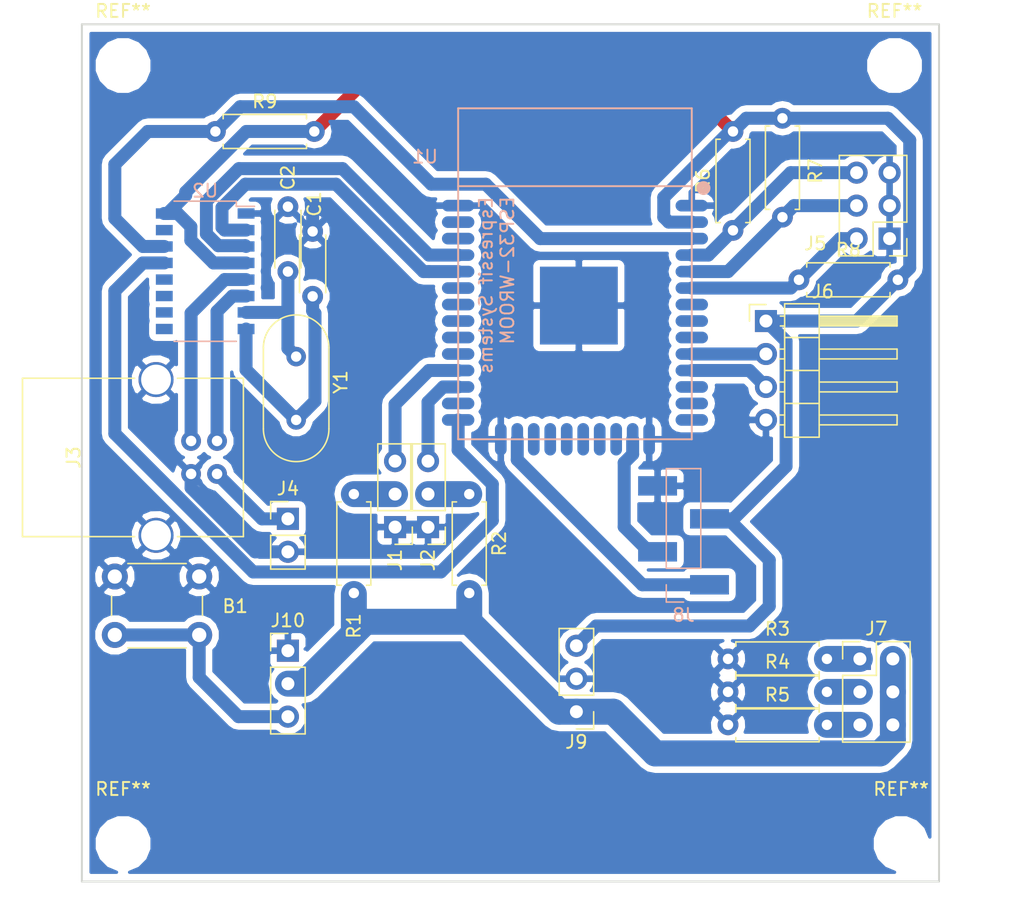
<source format=kicad_pcb>
(kicad_pcb (version 4) (host pcbnew 4.0.7)

  (general
    (links 71)
    (no_connects 2)
    (area 104.742857 68.485 183.801143 138.879)
    (thickness 1.6)
    (drawings 6)
    (tracks 154)
    (zones 0)
    (modules 29)
    (nets 28)
  )

  (page A4)
  (layers
    (0 F.Cu signal)
    (31 B.Cu signal)
    (32 B.Adhes user)
    (33 F.Adhes user)
    (34 B.Paste user)
    (35 F.Paste user)
    (36 B.SilkS user)
    (37 F.SilkS user)
    (38 B.Mask user)
    (39 F.Mask user)
    (40 Dwgs.User user)
    (41 Cmts.User user)
    (42 Eco1.User user)
    (43 Eco2.User user)
    (44 Edge.Cuts user)
    (45 Margin user)
    (46 B.CrtYd user)
    (47 F.CrtYd user)
    (48 B.Fab user)
    (49 F.Fab user)
  )

  (setup
    (last_trace_width 1)
    (user_trace_width 1)
    (user_trace_width 2)
    (trace_clearance 0.2)
    (zone_clearance 0.508)
    (zone_45_only no)
    (trace_min 0.2)
    (segment_width 0.2)
    (edge_width 0.15)
    (via_size 0.6)
    (via_drill 0.4)
    (via_min_size 0.4)
    (via_min_drill 0.3)
    (uvia_size 0.3)
    (uvia_drill 0.1)
    (uvias_allowed no)
    (uvia_min_size 0.2)
    (uvia_min_drill 0.1)
    (pcb_text_width 0.3)
    (pcb_text_size 1.5 1.5)
    (mod_edge_width 0.15)
    (mod_text_size 1 1)
    (mod_text_width 0.15)
    (pad_size 3 1.5)
    (pad_drill 0)
    (pad_to_mask_clearance 0.2)
    (aux_axis_origin 0 0)
    (visible_elements FFFFFF7F)
    (pcbplotparams
      (layerselection 0x00030_80000001)
      (usegerberextensions false)
      (excludeedgelayer true)
      (linewidth 0.100000)
      (plotframeref false)
      (viasonmask false)
      (mode 1)
      (useauxorigin false)
      (hpglpennumber 1)
      (hpglpenspeed 20)
      (hpglpendiameter 15)
      (hpglpenoverlay 2)
      (psnegative false)
      (psa4output false)
      (plotreference true)
      (plotvalue true)
      (plotinvisibletext false)
      (padsonsilk false)
      (subtractmaskfromsilk false)
      (outputformat 1)
      (mirror false)
      (drillshape 0)
      (scaleselection 1)
      (outputdirectory ""))
  )

  (net 0 "")
  (net 1 "Net-(B1-Pad2)")
  (net 2 GND)
  (net 3 "Net-(C1-Pad1)")
  (net 4 "Net-(C2-Pad1)")
  (net 5 "Net-(J1-Pad2)")
  (net 6 "Net-(J1-Pad3)")
  (net 7 "Net-(J2-Pad2)")
  (net 8 "Net-(J2-Pad3)")
  (net 9 VBUS)
  (net 10 "Net-(J3-Pad2)")
  (net 11 "Net-(J3-Pad3)")
  (net 12 +5V)
  (net 13 "Net-(J5-Pad2)")
  (net 14 "Net-(J5-Pad4)")
  (net 15 "Net-(J5-Pad6)")
  (net 16 +3V3)
  (net 17 "Net-(J6-Pad2)")
  (net 18 "Net-(J6-Pad3)")
  (net 19 "Net-(J7-Pad1)")
  (net 20 "Net-(J7-Pad3)")
  (net 21 "Net-(J7-Pad5)")
  (net 22 "Net-(J8-Pad1)")
  (net 23 "Net-(J8-Pad2)")
  (net 24 "Net-(U1-Pad35)")
  (net 25 "Net-(U1-Pad34)")
  (net 26 "Net-(U1-Pad25)")
  (net 27 "Net-(R9-Pad1)")

  (net_class Default "This is the default net class."
    (clearance 0.2)
    (trace_width 0.25)
    (via_dia 0.6)
    (via_drill 0.4)
    (uvia_dia 0.3)
    (uvia_drill 0.1)
    (add_net +3V3)
    (add_net +5V)
    (add_net GND)
    (add_net "Net-(B1-Pad2)")
    (add_net "Net-(C1-Pad1)")
    (add_net "Net-(C2-Pad1)")
    (add_net "Net-(J1-Pad2)")
    (add_net "Net-(J1-Pad3)")
    (add_net "Net-(J2-Pad2)")
    (add_net "Net-(J2-Pad3)")
    (add_net "Net-(J3-Pad2)")
    (add_net "Net-(J3-Pad3)")
    (add_net "Net-(J5-Pad2)")
    (add_net "Net-(J5-Pad4)")
    (add_net "Net-(J5-Pad6)")
    (add_net "Net-(J6-Pad2)")
    (add_net "Net-(J6-Pad3)")
    (add_net "Net-(J7-Pad1)")
    (add_net "Net-(J7-Pad3)")
    (add_net "Net-(J7-Pad5)")
    (add_net "Net-(J8-Pad1)")
    (add_net "Net-(J8-Pad2)")
    (add_net "Net-(R9-Pad1)")
    (add_net "Net-(U1-Pad25)")
    (add_net "Net-(U1-Pad34)")
    (add_net "Net-(U1-Pad35)")
    (add_net VBUS)
  )

  (module Mounting_Holes:MountingHole_3.2mm_M3 (layer F.Cu) (tedit 56D1B4CB) (tstamp 5ADDDE16)
    (at 173.736 73.66)
    (descr "Mounting Hole 3.2mm, no annular, M3")
    (tags "mounting hole 3.2mm no annular m3")
    (fp_text reference REF** (at 0 -4.2) (layer F.SilkS)
      (effects (font (size 1 1) (thickness 0.15)))
    )
    (fp_text value MountingHole_3.2mm_M3 (at 0 4.2) (layer F.Fab)
      (effects (font (size 1 1) (thickness 0.15)))
    )
    (fp_circle (center 0 0) (end 3.2 0) (layer Cmts.User) (width 0.15))
    (fp_circle (center 0 0) (end 3.45 0) (layer F.CrtYd) (width 0.05))
    (pad 1 np_thru_hole circle (at 0 0) (size 3.2 3.2) (drill 3.2) (layers *.Cu *.Mask))
  )

  (module Mounting_Holes:MountingHole_3.2mm_M3 (layer F.Cu) (tedit 56D1B4CB) (tstamp 5ADDDE10)
    (at 114.3 73.66)
    (descr "Mounting Hole 3.2mm, no annular, M3")
    (tags "mounting hole 3.2mm no annular m3")
    (fp_text reference REF** (at 0 -4.2) (layer F.SilkS)
      (effects (font (size 1 1) (thickness 0.15)))
    )
    (fp_text value MountingHole_3.2mm_M3 (at 0 4.2) (layer F.Fab)
      (effects (font (size 1 1) (thickness 0.15)))
    )
    (fp_circle (center 0 0) (end 3.2 0) (layer Cmts.User) (width 0.15))
    (fp_circle (center 0 0) (end 3.45 0) (layer F.CrtYd) (width 0.05))
    (pad 1 np_thru_hole circle (at 0 0) (size 3.2 3.2) (drill 3.2) (layers *.Cu *.Mask))
  )

  (module Mounting_Holes:MountingHole_3.2mm_M3 (layer F.Cu) (tedit 56D1B4CB) (tstamp 5ADDDE0A)
    (at 114.3 133.604)
    (descr "Mounting Hole 3.2mm, no annular, M3")
    (tags "mounting hole 3.2mm no annular m3")
    (fp_text reference REF** (at 0 -4.2) (layer F.SilkS)
      (effects (font (size 1 1) (thickness 0.15)))
    )
    (fp_text value MountingHole_3.2mm_M3 (at 0 4.2) (layer F.Fab)
      (effects (font (size 1 1) (thickness 0.15)))
    )
    (fp_circle (center 0 0) (end 3.2 0) (layer Cmts.User) (width 0.15))
    (fp_circle (center 0 0) (end 3.45 0) (layer F.CrtYd) (width 0.05))
    (pad 1 np_thru_hole circle (at 0 0) (size 3.2 3.2) (drill 3.2) (layers *.Cu *.Mask))
  )

  (module ESP32-footprints-Lib:ESP32-WROOM (layer B.Cu) (tedit 57D08EA8) (tstamp 5ABFF2A6)
    (at 149.115 89.705)
    (path /5ABF3C8D)
    (fp_text reference U1 (at -11.557 -9.017) (layer B.SilkS)
      (effects (font (size 1 1) (thickness 0.15)) (justify mirror))
    )
    (fp_text value ESP32-WROOM (at 5.715 -14.224) (layer B.Fab)
      (effects (font (size 1 1) (thickness 0.15)) (justify mirror))
    )
    (fp_text user "Espressif Systems" (at -6.858 0.889 270) (layer B.SilkS)
      (effects (font (size 1 1) (thickness 0.15)) (justify mirror))
    )
    (fp_circle (center 9.906 -6.604) (end 10.033 -6.858) (layer B.SilkS) (width 0.5))
    (fp_text user ESP32-WROOM (at -5.207 -0.254 270) (layer B.SilkS)
      (effects (font (size 1 1) (thickness 0.15)) (justify mirror))
    )
    (fp_line (start -9 -6.75) (end 9 -6.75) (layer B.SilkS) (width 0.15))
    (fp_line (start 9 -12.75) (end 9 12.75) (layer B.SilkS) (width 0.15))
    (fp_line (start -9 -12.75) (end -9 12.75) (layer B.SilkS) (width 0.15))
    (fp_line (start -9 12.75) (end 9 12.75) (layer B.SilkS) (width 0.15))
    (fp_line (start -9 -12.75) (end 9 -12.75) (layer B.SilkS) (width 0.15))
    (pad 38 smd oval (at -9 -5.25) (size 2.5 0.9) (layers B.Cu B.Paste B.Mask)
      (net 2 GND))
    (pad 37 smd oval (at -9 -3.98) (size 2.5 0.9) (layers B.Cu B.Paste B.Mask))
    (pad 36 smd oval (at -9 -2.71) (size 2.5 0.9) (layers B.Cu B.Paste B.Mask))
    (pad 35 smd oval (at -9 -1.44) (size 2.5 0.9) (layers B.Cu B.Paste B.Mask)
      (net 24 "Net-(U1-Pad35)"))
    (pad 34 smd oval (at -9 -0.17) (size 2.5 0.9) (layers B.Cu B.Paste B.Mask)
      (net 25 "Net-(U1-Pad34)"))
    (pad 33 smd oval (at -9 1.1) (size 2.5 0.9) (layers B.Cu B.Paste B.Mask))
    (pad 32 smd oval (at -9 2.37) (size 2.5 0.9) (layers B.Cu B.Paste B.Mask))
    (pad 31 smd oval (at -9 3.64) (size 2.5 0.9) (layers B.Cu B.Paste B.Mask))
    (pad 30 smd oval (at -9 4.91) (size 2.5 0.9) (layers B.Cu B.Paste B.Mask))
    (pad 29 smd oval (at -9 6.18) (size 2.5 0.9) (layers B.Cu B.Paste B.Mask))
    (pad 28 smd oval (at -9 7.45) (size 2.5 0.9) (layers B.Cu B.Paste B.Mask)
      (net 6 "Net-(J1-Pad3)"))
    (pad 27 smd oval (at -9 8.72) (size 2.5 0.9) (layers B.Cu B.Paste B.Mask)
      (net 8 "Net-(J2-Pad3)"))
    (pad 26 smd oval (at -9 9.99) (size 2.5 0.9) (layers B.Cu B.Paste B.Mask))
    (pad 25 smd oval (at -9 11.26) (size 2.5 0.9) (layers B.Cu B.Paste B.Mask)
      (net 26 "Net-(U1-Pad25)"))
    (pad 24 smd oval (at -5.715 12.75) (size 0.9 2.5) (layers B.Cu B.Paste B.Mask)
      (net 2 GND))
    (pad 23 smd oval (at -4.445 12.75) (size 0.9 2.5) (layers B.Cu B.Paste B.Mask)
      (net 22 "Net-(J8-Pad1)"))
    (pad 22 smd oval (at -3.175 12.75) (size 0.9 2.5) (layers B.Cu B.Paste B.Mask))
    (pad 21 smd oval (at -1.905 12.75) (size 0.9 2.5) (layers B.Cu B.Paste B.Mask))
    (pad 20 smd oval (at -0.635 12.75) (size 0.9 2.5) (layers B.Cu B.Paste B.Mask))
    (pad 19 smd oval (at 0.635 12.75) (size 0.9 2.5) (layers B.Cu B.Paste B.Mask))
    (pad 18 smd oval (at 1.905 12.75) (size 0.9 2.5) (layers B.Cu B.Paste B.Mask))
    (pad 17 smd oval (at 3.175 12.75) (size 0.9 2.5) (layers B.Cu B.Paste B.Mask))
    (pad 16 smd oval (at 4.445 12.75) (size 0.9 2.5) (layers B.Cu B.Paste B.Mask)
      (net 23 "Net-(J8-Pad2)"))
    (pad 15 smd oval (at 5.715 12.75) (size 0.9 2.5) (layers B.Cu B.Paste B.Mask)
      (net 2 GND))
    (pad 14 smd oval (at 9 11.26) (size 2.5 0.9) (layers B.Cu B.Paste B.Mask))
    (pad 13 smd oval (at 9 9.99) (size 2.5 0.9) (layers B.Cu B.Paste B.Mask))
    (pad 12 smd oval (at 9 8.72) (size 2.5 0.9) (layers B.Cu B.Paste B.Mask))
    (pad 11 smd oval (at 9 7.45) (size 2.5 0.9) (layers B.Cu B.Paste B.Mask)
      (net 18 "Net-(J6-Pad3)"))
    (pad 10 smd oval (at 9 6.18) (size 2.5 0.9) (layers B.Cu B.Paste B.Mask)
      (net 17 "Net-(J6-Pad2)"))
    (pad 9 smd oval (at 9 4.91) (size 2.5 0.9) (layers B.Cu B.Paste B.Mask))
    (pad 8 smd oval (at 9 3.64) (size 2.5 0.9) (layers B.Cu B.Paste B.Mask))
    (pad 7 smd oval (at 9 2.37) (size 2.5 0.9) (layers B.Cu B.Paste B.Mask))
    (pad 6 smd oval (at 9 1.1) (size 2.5 0.9) (layers B.Cu B.Paste B.Mask)
      (net 13 "Net-(J5-Pad2)"))
    (pad 5 smd oval (at 9 -0.17) (size 2.5 0.9) (layers B.Cu B.Paste B.Mask)
      (net 14 "Net-(J5-Pad4)"))
    (pad 4 smd oval (at 9 -1.44) (size 2.5 0.9) (layers B.Cu B.Paste B.Mask)
      (net 15 "Net-(J5-Pad6)"))
    (pad 3 smd oval (at 9 -2.71) (size 2.5 0.9) (layers B.Cu B.Paste B.Mask)
      (net 27 "Net-(R9-Pad1)"))
    (pad 2 smd oval (at 9 -3.98) (size 2.5 0.9) (layers B.Cu B.Paste B.Mask)
      (net 16 +3V3))
    (pad 1 smd oval (at 9 -5.25) (size 2.5 0.9) (layers B.Cu B.Paste B.Mask)
      (net 2 GND))
    (pad 39 smd rect (at 0.3 2.45) (size 6 6) (layers B.Cu B.Paste B.Mask)
      (net 2 GND))
  )

  (module Pin_Headers:Pin_Header_Straight_2x03_Pitch2.54mm (layer F.Cu) (tedit 59650532) (tstamp 5ABFF231)
    (at 173.355 86.995 180)
    (descr "Through hole straight pin header, 2x03, 2.54mm pitch, double rows")
    (tags "Through hole pin header THT 2x03 2.54mm double row")
    (path /5ABFF291)
    (fp_text reference J5 (at 5.715 -0.381 180) (layer F.SilkS)
      (effects (font (size 1 1) (thickness 0.15)))
    )
    (fp_text value Photo (at 1.27 7.41 180) (layer F.Fab)
      (effects (font (size 1 1) (thickness 0.15)))
    )
    (fp_line (start 0 -1.27) (end 3.81 -1.27) (layer F.Fab) (width 0.1))
    (fp_line (start 3.81 -1.27) (end 3.81 6.35) (layer F.Fab) (width 0.1))
    (fp_line (start 3.81 6.35) (end -1.27 6.35) (layer F.Fab) (width 0.1))
    (fp_line (start -1.27 6.35) (end -1.27 0) (layer F.Fab) (width 0.1))
    (fp_line (start -1.27 0) (end 0 -1.27) (layer F.Fab) (width 0.1))
    (fp_line (start -1.33 6.41) (end 3.87 6.41) (layer F.SilkS) (width 0.12))
    (fp_line (start -1.33 1.27) (end -1.33 6.41) (layer F.SilkS) (width 0.12))
    (fp_line (start 3.87 -1.33) (end 3.87 6.41) (layer F.SilkS) (width 0.12))
    (fp_line (start -1.33 1.27) (end 1.27 1.27) (layer F.SilkS) (width 0.12))
    (fp_line (start 1.27 1.27) (end 1.27 -1.33) (layer F.SilkS) (width 0.12))
    (fp_line (start 1.27 -1.33) (end 3.87 -1.33) (layer F.SilkS) (width 0.12))
    (fp_line (start -1.33 0) (end -1.33 -1.33) (layer F.SilkS) (width 0.12))
    (fp_line (start -1.33 -1.33) (end 0 -1.33) (layer F.SilkS) (width 0.12))
    (fp_line (start -1.8 -1.8) (end -1.8 6.85) (layer F.CrtYd) (width 0.05))
    (fp_line (start -1.8 6.85) (end 4.35 6.85) (layer F.CrtYd) (width 0.05))
    (fp_line (start 4.35 6.85) (end 4.35 -1.8) (layer F.CrtYd) (width 0.05))
    (fp_line (start 4.35 -1.8) (end -1.8 -1.8) (layer F.CrtYd) (width 0.05))
    (fp_text user %R (at 1.27 2.54 270) (layer F.Fab)
      (effects (font (size 1 1) (thickness 0.15)))
    )
    (pad 1 thru_hole rect (at 0 0 180) (size 1.7 1.7) (drill 1) (layers *.Cu *.Mask)
      (net 2 GND))
    (pad 2 thru_hole oval (at 2.54 0 180) (size 1.7 1.7) (drill 1) (layers *.Cu *.Mask)
      (net 13 "Net-(J5-Pad2)"))
    (pad 3 thru_hole oval (at 0 2.54 180) (size 1.7 1.7) (drill 1) (layers *.Cu *.Mask)
      (net 2 GND))
    (pad 4 thru_hole oval (at 2.54 2.54 180) (size 1.7 1.7) (drill 1) (layers *.Cu *.Mask)
      (net 14 "Net-(J5-Pad4)"))
    (pad 5 thru_hole oval (at 0 5.08 180) (size 1.7 1.7) (drill 1) (layers *.Cu *.Mask)
      (net 2 GND))
    (pad 6 thru_hole oval (at 2.54 5.08 180) (size 1.7 1.7) (drill 1) (layers *.Cu *.Mask)
      (net 15 "Net-(J5-Pad6)"))
    (model ${KISYS3DMOD}/Pin_Headers.3dshapes/Pin_Header_Straight_2x03_Pitch2.54mm.wrl
      (at (xyz 0 0 0))
      (scale (xyz 1 1 1))
      (rotate (xyz 0 0 0))
    )
  )

  (module Buttons_Switches_THT:SW_PUSH_6mm (layer F.Cu) (tedit 5923F252) (tstamp 5ABFF1F5)
    (at 113.665 113.03)
    (descr https://www.omron.com/ecb/products/pdf/en-b3f.pdf)
    (tags "tact sw push 6mm")
    (path /5ABF4AE7)
    (fp_text reference B1 (at 9.271 2.286) (layer F.SilkS)
      (effects (font (size 1 1) (thickness 0.15)))
    )
    (fp_text value "Power button" (at 3.75 6.7) (layer F.Fab)
      (effects (font (size 1 1) (thickness 0.15)))
    )
    (fp_text user %R (at 3.25 2.25 90) (layer F.Fab)
      (effects (font (size 1 1) (thickness 0.15)))
    )
    (fp_line (start 3.25 -0.75) (end 6.25 -0.75) (layer F.Fab) (width 0.1))
    (fp_line (start 6.25 -0.75) (end 6.25 5.25) (layer F.Fab) (width 0.1))
    (fp_line (start 6.25 5.25) (end 0.25 5.25) (layer F.Fab) (width 0.1))
    (fp_line (start 0.25 5.25) (end 0.25 -0.75) (layer F.Fab) (width 0.1))
    (fp_line (start 0.25 -0.75) (end 3.25 -0.75) (layer F.Fab) (width 0.1))
    (fp_line (start 7.75 6) (end 8 6) (layer F.CrtYd) (width 0.05))
    (fp_line (start 8 6) (end 8 5.75) (layer F.CrtYd) (width 0.05))
    (fp_line (start 7.75 -1.5) (end 8 -1.5) (layer F.CrtYd) (width 0.05))
    (fp_line (start 8 -1.5) (end 8 -1.25) (layer F.CrtYd) (width 0.05))
    (fp_line (start -1.5 -1.25) (end -1.5 -1.5) (layer F.CrtYd) (width 0.05))
    (fp_line (start -1.5 -1.5) (end -1.25 -1.5) (layer F.CrtYd) (width 0.05))
    (fp_line (start -1.5 5.75) (end -1.5 6) (layer F.CrtYd) (width 0.05))
    (fp_line (start -1.5 6) (end -1.25 6) (layer F.CrtYd) (width 0.05))
    (fp_line (start -1.25 -1.5) (end 7.75 -1.5) (layer F.CrtYd) (width 0.05))
    (fp_line (start -1.5 5.75) (end -1.5 -1.25) (layer F.CrtYd) (width 0.05))
    (fp_line (start 7.75 6) (end -1.25 6) (layer F.CrtYd) (width 0.05))
    (fp_line (start 8 -1.25) (end 8 5.75) (layer F.CrtYd) (width 0.05))
    (fp_line (start 1 5.5) (end 5.5 5.5) (layer F.SilkS) (width 0.12))
    (fp_line (start -0.25 1.5) (end -0.25 3) (layer F.SilkS) (width 0.12))
    (fp_line (start 5.5 -1) (end 1 -1) (layer F.SilkS) (width 0.12))
    (fp_line (start 6.75 3) (end 6.75 1.5) (layer F.SilkS) (width 0.12))
    (fp_circle (center 3.25 2.25) (end 1.25 2.5) (layer F.Fab) (width 0.1))
    (pad 2 thru_hole circle (at 0 4.5 90) (size 2 2) (drill 1.1) (layers *.Cu *.Mask)
      (net 1 "Net-(B1-Pad2)"))
    (pad 1 thru_hole circle (at 0 0 90) (size 2 2) (drill 1.1) (layers *.Cu *.Mask)
      (net 2 GND))
    (pad 2 thru_hole circle (at 6.5 4.5 90) (size 2 2) (drill 1.1) (layers *.Cu *.Mask)
      (net 1 "Net-(B1-Pad2)"))
    (pad 1 thru_hole circle (at 6.5 0 90) (size 2 2) (drill 1.1) (layers *.Cu *.Mask)
      (net 2 GND))
    (model ${KISYS3DMOD}/Buttons_Switches_THT.3dshapes/SW_PUSH_6mm.wrl
      (at (xyz 0.005 0 0))
      (scale (xyz 0.3937 0.3937 0.3937))
      (rotate (xyz 0 0 0))
    )
  )

  (module Pin_Headers:Pin_Header_Straight_1x03_Pitch2.54mm (layer F.Cu) (tedit 59650532) (tstamp 5ABFF208)
    (at 135.255 109.22 180)
    (descr "Through hole straight pin header, 1x03, 2.54mm pitch, single row")
    (tags "Through hole pin header THT 1x03 2.54mm single row")
    (path /5ABF3E47)
    (fp_text reference J1 (at 0 -2.54 270) (layer F.SilkS)
      (effects (font (size 1 1) (thickness 0.15)))
    )
    (fp_text value Conn_01x03 (at 0 7.41 180) (layer F.Fab)
      (effects (font (size 1 1) (thickness 0.15)))
    )
    (fp_line (start -0.635 -1.27) (end 1.27 -1.27) (layer F.Fab) (width 0.1))
    (fp_line (start 1.27 -1.27) (end 1.27 6.35) (layer F.Fab) (width 0.1))
    (fp_line (start 1.27 6.35) (end -1.27 6.35) (layer F.Fab) (width 0.1))
    (fp_line (start -1.27 6.35) (end -1.27 -0.635) (layer F.Fab) (width 0.1))
    (fp_line (start -1.27 -0.635) (end -0.635 -1.27) (layer F.Fab) (width 0.1))
    (fp_line (start -1.33 6.41) (end 1.33 6.41) (layer F.SilkS) (width 0.12))
    (fp_line (start -1.33 1.27) (end -1.33 6.41) (layer F.SilkS) (width 0.12))
    (fp_line (start 1.33 1.27) (end 1.33 6.41) (layer F.SilkS) (width 0.12))
    (fp_line (start -1.33 1.27) (end 1.33 1.27) (layer F.SilkS) (width 0.12))
    (fp_line (start -1.33 0) (end -1.33 -1.33) (layer F.SilkS) (width 0.12))
    (fp_line (start -1.33 -1.33) (end 0 -1.33) (layer F.SilkS) (width 0.12))
    (fp_line (start -1.8 -1.8) (end -1.8 6.85) (layer F.CrtYd) (width 0.05))
    (fp_line (start -1.8 6.85) (end 1.8 6.85) (layer F.CrtYd) (width 0.05))
    (fp_line (start 1.8 6.85) (end 1.8 -1.8) (layer F.CrtYd) (width 0.05))
    (fp_line (start 1.8 -1.8) (end -1.8 -1.8) (layer F.CrtYd) (width 0.05))
    (fp_text user %R (at -18.7812 13.50989 360) (layer F.Fab)
      (effects (font (size 1 1) (thickness 0.15)))
    )
    (pad 1 thru_hole rect (at 0 0 180) (size 1.7 1.7) (drill 1) (layers *.Cu *.Mask)
      (net 2 GND))
    (pad 2 thru_hole oval (at 0 2.54 180) (size 1.7 1.7) (drill 1) (layers *.Cu *.Mask)
      (net 5 "Net-(J1-Pad2)"))
    (pad 3 thru_hole oval (at 0 5.08 180) (size 1.7 1.7) (drill 1) (layers *.Cu *.Mask)
      (net 6 "Net-(J1-Pad3)"))
    (model ${KISYS3DMOD}/Pin_Headers.3dshapes/Pin_Header_Straight_1x03_Pitch2.54mm.wrl
      (at (xyz 0 0 0))
      (scale (xyz 1 1 1))
      (rotate (xyz 0 0 0))
    )
  )

  (module Pin_Headers:Pin_Header_Straight_1x03_Pitch2.54mm (layer F.Cu) (tedit 59650532) (tstamp 5ABFF20F)
    (at 137.795 109.22 180)
    (descr "Through hole straight pin header, 1x03, 2.54mm pitch, single row")
    (tags "Through hole pin header THT 1x03 2.54mm single row")
    (path /5ABF3F01)
    (fp_text reference J2 (at 0 -2.54 270) (layer F.SilkS)
      (effects (font (size 1 1) (thickness 0.15)))
    )
    (fp_text value Conn_01x03 (at 11.43 -0.635 180) (layer F.Fab)
      (effects (font (size 1 1) (thickness 0.15)))
    )
    (fp_line (start -0.635 -1.27) (end 1.27 -1.27) (layer F.Fab) (width 0.1))
    (fp_line (start 1.27 -1.27) (end 1.27 6.35) (layer F.Fab) (width 0.1))
    (fp_line (start 1.27 6.35) (end -1.27 6.35) (layer F.Fab) (width 0.1))
    (fp_line (start -1.27 6.35) (end -1.27 -0.635) (layer F.Fab) (width 0.1))
    (fp_line (start -1.27 -0.635) (end -0.635 -1.27) (layer F.Fab) (width 0.1))
    (fp_line (start -1.33 6.41) (end 1.33 6.41) (layer F.SilkS) (width 0.12))
    (fp_line (start -1.33 1.27) (end -1.33 6.41) (layer F.SilkS) (width 0.12))
    (fp_line (start 1.33 1.27) (end 1.33 6.41) (layer F.SilkS) (width 0.12))
    (fp_line (start -1.33 1.27) (end 1.33 1.27) (layer F.SilkS) (width 0.12))
    (fp_line (start -1.33 0) (end -1.33 -1.33) (layer F.SilkS) (width 0.12))
    (fp_line (start -1.33 -1.33) (end 0 -1.33) (layer F.SilkS) (width 0.12))
    (fp_line (start -1.8 -1.8) (end -1.8 6.85) (layer F.CrtYd) (width 0.05))
    (fp_line (start -1.8 6.85) (end 1.8 6.85) (layer F.CrtYd) (width 0.05))
    (fp_line (start 1.8 6.85) (end 1.8 -1.8) (layer F.CrtYd) (width 0.05))
    (fp_line (start 1.8 -1.8) (end -1.8 -1.8) (layer F.CrtYd) (width 0.05))
    (fp_text user %R (at 0 2.54 270) (layer F.Fab)
      (effects (font (size 1 1) (thickness 0.15)))
    )
    (pad 1 thru_hole rect (at 0 0 180) (size 1.7 1.7) (drill 1) (layers *.Cu *.Mask)
      (net 2 GND))
    (pad 2 thru_hole oval (at 0 2.54 180) (size 1.7 1.7) (drill 1) (layers *.Cu *.Mask)
      (net 7 "Net-(J2-Pad2)"))
    (pad 3 thru_hole oval (at 0 5.08 180) (size 1.7 1.7) (drill 1) (layers *.Cu *.Mask)
      (net 8 "Net-(J2-Pad3)"))
    (model ${KISYS3DMOD}/Pin_Headers.3dshapes/Pin_Header_Straight_1x03_Pitch2.54mm.wrl
      (at (xyz 0 0 0))
      (scale (xyz 1 1 1))
      (rotate (xyz 0 0 0))
    )
  )

  (module Pin_Headers:Pin_Header_Angled_1x04_Pitch2.54mm (layer F.Cu) (tedit 59650532) (tstamp 5ABFF239)
    (at 163.83 93.345)
    (descr "Through hole angled pin header, 1x04, 2.54mm pitch, 6mm pin length, single row")
    (tags "Through hole angled pin header THT 1x04 2.54mm single row")
    (path /5ABFECFB)
    (fp_text reference J6 (at 4.385 -2.27) (layer F.SilkS)
      (effects (font (size 1 1) (thickness 0.15)))
    )
    (fp_text value Ultrasonic (at -2.794 3.683 90) (layer F.Fab)
      (effects (font (size 1 1) (thickness 0.15)))
    )
    (fp_line (start 2.135 -1.27) (end 4.04 -1.27) (layer F.Fab) (width 0.1))
    (fp_line (start 4.04 -1.27) (end 4.04 8.89) (layer F.Fab) (width 0.1))
    (fp_line (start 4.04 8.89) (end 1.5 8.89) (layer F.Fab) (width 0.1))
    (fp_line (start 1.5 8.89) (end 1.5 -0.635) (layer F.Fab) (width 0.1))
    (fp_line (start 1.5 -0.635) (end 2.135 -1.27) (layer F.Fab) (width 0.1))
    (fp_line (start -0.32 -0.32) (end 1.5 -0.32) (layer F.Fab) (width 0.1))
    (fp_line (start -0.32 -0.32) (end -0.32 0.32) (layer F.Fab) (width 0.1))
    (fp_line (start -0.32 0.32) (end 1.5 0.32) (layer F.Fab) (width 0.1))
    (fp_line (start 4.04 -0.32) (end 10.04 -0.32) (layer F.Fab) (width 0.1))
    (fp_line (start 10.04 -0.32) (end 10.04 0.32) (layer F.Fab) (width 0.1))
    (fp_line (start 4.04 0.32) (end 10.04 0.32) (layer F.Fab) (width 0.1))
    (fp_line (start -0.32 2.22) (end 1.5 2.22) (layer F.Fab) (width 0.1))
    (fp_line (start -0.32 2.22) (end -0.32 2.86) (layer F.Fab) (width 0.1))
    (fp_line (start -0.32 2.86) (end 1.5 2.86) (layer F.Fab) (width 0.1))
    (fp_line (start 4.04 2.22) (end 10.04 2.22) (layer F.Fab) (width 0.1))
    (fp_line (start 10.04 2.22) (end 10.04 2.86) (layer F.Fab) (width 0.1))
    (fp_line (start 4.04 2.86) (end 10.04 2.86) (layer F.Fab) (width 0.1))
    (fp_line (start -0.32 4.76) (end 1.5 4.76) (layer F.Fab) (width 0.1))
    (fp_line (start -0.32 4.76) (end -0.32 5.4) (layer F.Fab) (width 0.1))
    (fp_line (start -0.32 5.4) (end 1.5 5.4) (layer F.Fab) (width 0.1))
    (fp_line (start 4.04 4.76) (end 10.04 4.76) (layer F.Fab) (width 0.1))
    (fp_line (start 10.04 4.76) (end 10.04 5.4) (layer F.Fab) (width 0.1))
    (fp_line (start 4.04 5.4) (end 10.04 5.4) (layer F.Fab) (width 0.1))
    (fp_line (start -0.32 7.3) (end 1.5 7.3) (layer F.Fab) (width 0.1))
    (fp_line (start -0.32 7.3) (end -0.32 7.94) (layer F.Fab) (width 0.1))
    (fp_line (start -0.32 7.94) (end 1.5 7.94) (layer F.Fab) (width 0.1))
    (fp_line (start 4.04 7.3) (end 10.04 7.3) (layer F.Fab) (width 0.1))
    (fp_line (start 10.04 7.3) (end 10.04 7.94) (layer F.Fab) (width 0.1))
    (fp_line (start 4.04 7.94) (end 10.04 7.94) (layer F.Fab) (width 0.1))
    (fp_line (start 1.44 -1.33) (end 1.44 8.95) (layer F.SilkS) (width 0.12))
    (fp_line (start 1.44 8.95) (end 4.1 8.95) (layer F.SilkS) (width 0.12))
    (fp_line (start 4.1 8.95) (end 4.1 -1.33) (layer F.SilkS) (width 0.12))
    (fp_line (start 4.1 -1.33) (end 1.44 -1.33) (layer F.SilkS) (width 0.12))
    (fp_line (start 4.1 -0.38) (end 10.1 -0.38) (layer F.SilkS) (width 0.12))
    (fp_line (start 10.1 -0.38) (end 10.1 0.38) (layer F.SilkS) (width 0.12))
    (fp_line (start 10.1 0.38) (end 4.1 0.38) (layer F.SilkS) (width 0.12))
    (fp_line (start 4.1 -0.32) (end 10.1 -0.32) (layer F.SilkS) (width 0.12))
    (fp_line (start 4.1 -0.2) (end 10.1 -0.2) (layer F.SilkS) (width 0.12))
    (fp_line (start 4.1 -0.08) (end 10.1 -0.08) (layer F.SilkS) (width 0.12))
    (fp_line (start 4.1 0.04) (end 10.1 0.04) (layer F.SilkS) (width 0.12))
    (fp_line (start 4.1 0.16) (end 10.1 0.16) (layer F.SilkS) (width 0.12))
    (fp_line (start 4.1 0.28) (end 10.1 0.28) (layer F.SilkS) (width 0.12))
    (fp_line (start 1.11 -0.38) (end 1.44 -0.38) (layer F.SilkS) (width 0.12))
    (fp_line (start 1.11 0.38) (end 1.44 0.38) (layer F.SilkS) (width 0.12))
    (fp_line (start 1.44 1.27) (end 4.1 1.27) (layer F.SilkS) (width 0.12))
    (fp_line (start 4.1 2.16) (end 10.1 2.16) (layer F.SilkS) (width 0.12))
    (fp_line (start 10.1 2.16) (end 10.1 2.92) (layer F.SilkS) (width 0.12))
    (fp_line (start 10.1 2.92) (end 4.1 2.92) (layer F.SilkS) (width 0.12))
    (fp_line (start 1.042929 2.16) (end 1.44 2.16) (layer F.SilkS) (width 0.12))
    (fp_line (start 1.042929 2.92) (end 1.44 2.92) (layer F.SilkS) (width 0.12))
    (fp_line (start 1.44 3.81) (end 4.1 3.81) (layer F.SilkS) (width 0.12))
    (fp_line (start 4.1 4.7) (end 10.1 4.7) (layer F.SilkS) (width 0.12))
    (fp_line (start 10.1 4.7) (end 10.1 5.46) (layer F.SilkS) (width 0.12))
    (fp_line (start 10.1 5.46) (end 4.1 5.46) (layer F.SilkS) (width 0.12))
    (fp_line (start 1.042929 4.7) (end 1.44 4.7) (layer F.SilkS) (width 0.12))
    (fp_line (start 1.042929 5.46) (end 1.44 5.46) (layer F.SilkS) (width 0.12))
    (fp_line (start 1.44 6.35) (end 4.1 6.35) (layer F.SilkS) (width 0.12))
    (fp_line (start 4.1 7.24) (end 10.1 7.24) (layer F.SilkS) (width 0.12))
    (fp_line (start 10.1 7.24) (end 10.1 8) (layer F.SilkS) (width 0.12))
    (fp_line (start 10.1 8) (end 4.1 8) (layer F.SilkS) (width 0.12))
    (fp_line (start 1.042929 7.24) (end 1.44 7.24) (layer F.SilkS) (width 0.12))
    (fp_line (start 1.042929 8) (end 1.44 8) (layer F.SilkS) (width 0.12))
    (fp_line (start -1.27 0) (end -1.27 -1.27) (layer F.SilkS) (width 0.12))
    (fp_line (start -1.27 -1.27) (end 0 -1.27) (layer F.SilkS) (width 0.12))
    (fp_line (start -1.8 -1.8) (end -1.8 9.4) (layer F.CrtYd) (width 0.05))
    (fp_line (start -1.8 9.4) (end 10.55 9.4) (layer F.CrtYd) (width 0.05))
    (fp_line (start 10.55 9.4) (end 10.55 -1.8) (layer F.CrtYd) (width 0.05))
    (fp_line (start 10.55 -1.8) (end -1.8 -1.8) (layer F.CrtYd) (width 0.05))
    (fp_text user %R (at 2.77 3.81 90) (layer F.Fab)
      (effects (font (size 1 1) (thickness 0.15)))
    )
    (pad 1 thru_hole rect (at 0 0) (size 1.7 1.7) (drill 1) (layers *.Cu *.Mask)
      (net 16 +3V3))
    (pad 2 thru_hole oval (at 0 2.54) (size 1.7 1.7) (drill 1) (layers *.Cu *.Mask)
      (net 17 "Net-(J6-Pad2)"))
    (pad 3 thru_hole oval (at 0 5.08) (size 1.7 1.7) (drill 1) (layers *.Cu *.Mask)
      (net 18 "Net-(J6-Pad3)"))
    (pad 4 thru_hole oval (at 0 7.62) (size 1.7 1.7) (drill 1) (layers *.Cu *.Mask)
      (net 2 GND))
    (model ${KISYS3DMOD}/Pin_Headers.3dshapes/Pin_Header_Angled_1x04_Pitch2.54mm.wrl
      (at (xyz 0 0 0))
      (scale (xyz 1 1 1))
      (rotate (xyz 0 0 0))
    )
  )

  (module Pin_Headers:Pin_Header_Straight_2x03_Pitch2.54mm (layer F.Cu) (tedit 59650532) (tstamp 5ABFF243)
    (at 171.067156 119.376656)
    (descr "Through hole straight pin header, 2x03, 2.54mm pitch, double rows")
    (tags "Through hole pin header THT 2x03 2.54mm double row")
    (path /5AC016C8)
    (fp_text reference J7 (at 1.27 -2.33) (layer F.SilkS)
      (effects (font (size 1 1) (thickness 0.15)))
    )
    (fp_text value "IR LED" (at 1.27 7.41) (layer F.Fab)
      (effects (font (size 1 1) (thickness 0.15)))
    )
    (fp_line (start 0 -1.27) (end 3.81 -1.27) (layer F.Fab) (width 0.1))
    (fp_line (start 3.81 -1.27) (end 3.81 6.35) (layer F.Fab) (width 0.1))
    (fp_line (start 3.81 6.35) (end -1.27 6.35) (layer F.Fab) (width 0.1))
    (fp_line (start -1.27 6.35) (end -1.27 0) (layer F.Fab) (width 0.1))
    (fp_line (start -1.27 0) (end 0 -1.27) (layer F.Fab) (width 0.1))
    (fp_line (start -1.33 6.41) (end 3.87 6.41) (layer F.SilkS) (width 0.12))
    (fp_line (start -1.33 1.27) (end -1.33 6.41) (layer F.SilkS) (width 0.12))
    (fp_line (start 3.87 -1.33) (end 3.87 6.41) (layer F.SilkS) (width 0.12))
    (fp_line (start -1.33 1.27) (end 1.27 1.27) (layer F.SilkS) (width 0.12))
    (fp_line (start 1.27 1.27) (end 1.27 -1.33) (layer F.SilkS) (width 0.12))
    (fp_line (start 1.27 -1.33) (end 3.87 -1.33) (layer F.SilkS) (width 0.12))
    (fp_line (start -1.33 0) (end -1.33 -1.33) (layer F.SilkS) (width 0.12))
    (fp_line (start -1.33 -1.33) (end 0 -1.33) (layer F.SilkS) (width 0.12))
    (fp_line (start -1.8 -1.8) (end -1.8 6.85) (layer F.CrtYd) (width 0.05))
    (fp_line (start -1.8 6.85) (end 4.35 6.85) (layer F.CrtYd) (width 0.05))
    (fp_line (start 4.35 6.85) (end 4.35 -1.8) (layer F.CrtYd) (width 0.05))
    (fp_line (start 4.35 -1.8) (end -1.8 -1.8) (layer F.CrtYd) (width 0.05))
    (fp_text user %R (at 1.27 2.54 180) (layer F.Fab)
      (effects (font (size 1 1) (thickness 0.15)))
    )
    (pad 1 thru_hole rect (at 0 0) (size 1.7 1.7) (drill 1) (layers *.Cu *.Mask)
      (net 19 "Net-(J7-Pad1)"))
    (pad 2 thru_hole oval (at 2.54 0) (size 1.7 1.7) (drill 1) (layers *.Cu *.Mask)
      (net 12 +5V))
    (pad 3 thru_hole oval (at 0 2.54) (size 1.7 1.7) (drill 1) (layers *.Cu *.Mask)
      (net 20 "Net-(J7-Pad3)"))
    (pad 4 thru_hole oval (at 2.54 2.54) (size 1.7 1.7) (drill 1) (layers *.Cu *.Mask)
      (net 12 +5V))
    (pad 5 thru_hole oval (at 0 5.08) (size 1.7 1.7) (drill 1) (layers *.Cu *.Mask)
      (net 21 "Net-(J7-Pad5)"))
    (pad 6 thru_hole oval (at 2.54 5.08) (size 1.7 1.7) (drill 1) (layers *.Cu *.Mask)
      (net 12 +5V))
    (model ${KISYS3DMOD}/Pin_Headers.3dshapes/Pin_Header_Straight_2x03_Pitch2.54mm.wrl
      (at (xyz 0 0 0))
      (scale (xyz 1 1 1))
      (rotate (xyz 0 0 0))
    )
  )

  (module Socket_Strips:Socket_Strip_Straight_1x04_Pitch2.54mm (layer B.Cu) (tedit 5AD4F4ED) (tstamp 5ABFF24B)
    (at 157.48 113.665)
    (descr "Through hole straight socket strip, 1x04, 2.54mm pitch, single row")
    (tags "Through hole socket strip THT 1x04 2.54mm single row")
    (path /5AC0035C)
    (fp_text reference J8 (at 0 2.33) (layer B.SilkS)
      (effects (font (size 1 1) (thickness 0.15)) (justify mirror))
    )
    (fp_text value OLED (at 0 -9.95) (layer B.Fab)
      (effects (font (size 1 1) (thickness 0.15)) (justify mirror))
    )
    (fp_line (start -1.27 1.27) (end -1.27 -8.89) (layer B.Fab) (width 0.1))
    (fp_line (start -1.27 -8.89) (end 1.27 -8.89) (layer B.Fab) (width 0.1))
    (fp_line (start 1.27 -8.89) (end 1.27 1.27) (layer B.Fab) (width 0.1))
    (fp_line (start 1.27 1.27) (end -1.27 1.27) (layer B.Fab) (width 0.1))
    (fp_line (start -1.33 -1.27) (end -1.33 -8.95) (layer B.SilkS) (width 0.12))
    (fp_line (start -1.33 -8.95) (end 1.33 -8.95) (layer B.SilkS) (width 0.12))
    (fp_line (start 1.33 -8.95) (end 1.33 -1.27) (layer B.SilkS) (width 0.12))
    (fp_line (start 1.33 -1.27) (end -1.33 -1.27) (layer B.SilkS) (width 0.12))
    (fp_line (start -1.33 0) (end -1.33 1.33) (layer B.SilkS) (width 0.12))
    (fp_line (start -1.33 1.33) (end 0 1.33) (layer B.SilkS) (width 0.12))
    (fp_line (start -1.8 1.8) (end -1.8 -9.4) (layer B.CrtYd) (width 0.05))
    (fp_line (start -1.8 -9.4) (end 1.8 -9.4) (layer B.CrtYd) (width 0.05))
    (fp_line (start 1.8 -9.4) (end 1.8 1.8) (layer B.CrtYd) (width 0.05))
    (fp_line (start 1.8 1.8) (end -1.8 1.8) (layer B.CrtYd) (width 0.05))
    (fp_text user %R (at 0 2.33) (layer B.Fab)
      (effects (font (size 1 1) (thickness 0.15)) (justify mirror))
    )
    (pad 1 smd rect (at 2 0) (size 3 1.5) (layers B.Cu B.Paste B.Mask)
      (net 22 "Net-(J8-Pad1)"))
    (pad 2 smd rect (at -2 -2.54) (size 3 1.5) (layers B.Cu B.Paste B.Mask)
      (net 23 "Net-(J8-Pad2)"))
    (pad 3 smd rect (at 2 -5.08) (size 3 1.5) (layers B.Cu B.Paste B.Mask)
      (net 16 +3V3))
    (pad 4 smd rect (at -2 -7.62) (size 3 1.5) (layers B.Cu B.Paste B.Mask)
      (net 2 GND))
    (model ${KISYS3DMOD}/Socket_Strips.3dshapes/Socket_Strip_Straight_1x04_Pitch2.54mm.wrl
      (at (xyz 0 -0.15 0))
      (scale (xyz 1 1 1))
      (rotate (xyz 0 0 270))
    )
  )

  (module Resistors_THT:R_Axial_DIN0207_L6.3mm_D2.5mm_P7.62mm_Horizontal (layer F.Cu) (tedit 5874F706) (tstamp 5ABFF251)
    (at 132.08 106.68 270)
    (descr "Resistor, Axial_DIN0207 series, Axial, Horizontal, pin pitch=7.62mm, 0.25W = 1/4W, length*diameter=6.3*2.5mm^2, http://cdn-reichelt.de/documents/datenblatt/B400/1_4W%23YAG.pdf")
    (tags "Resistor Axial_DIN0207 series Axial Horizontal pin pitch 7.62mm 0.25W = 1/4W length 6.3mm diameter 2.5mm")
    (path /5ABF3F2B)
    (fp_text reference R1 (at 10.16 0 270) (layer F.SilkS)
      (effects (font (size 1 1) (thickness 0.15)))
    )
    (fp_text value R (at 3.81 2.31 270) (layer F.Fab)
      (effects (font (size 1 1) (thickness 0.15)))
    )
    (fp_line (start 0.66 -1.25) (end 0.66 1.25) (layer F.Fab) (width 0.1))
    (fp_line (start 0.66 1.25) (end 6.96 1.25) (layer F.Fab) (width 0.1))
    (fp_line (start 6.96 1.25) (end 6.96 -1.25) (layer F.Fab) (width 0.1))
    (fp_line (start 6.96 -1.25) (end 0.66 -1.25) (layer F.Fab) (width 0.1))
    (fp_line (start 0 0) (end 0.66 0) (layer F.Fab) (width 0.1))
    (fp_line (start 7.62 0) (end 6.96 0) (layer F.Fab) (width 0.1))
    (fp_line (start 0.6 -0.98) (end 0.6 -1.31) (layer F.SilkS) (width 0.12))
    (fp_line (start 0.6 -1.31) (end 7.02 -1.31) (layer F.SilkS) (width 0.12))
    (fp_line (start 7.02 -1.31) (end 7.02 -0.98) (layer F.SilkS) (width 0.12))
    (fp_line (start 0.6 0.98) (end 0.6 1.31) (layer F.SilkS) (width 0.12))
    (fp_line (start 0.6 1.31) (end 7.02 1.31) (layer F.SilkS) (width 0.12))
    (fp_line (start 7.02 1.31) (end 7.02 0.98) (layer F.SilkS) (width 0.12))
    (fp_line (start -1.05 -1.6) (end -1.05 1.6) (layer F.CrtYd) (width 0.05))
    (fp_line (start -1.05 1.6) (end 8.7 1.6) (layer F.CrtYd) (width 0.05))
    (fp_line (start 8.7 1.6) (end 8.7 -1.6) (layer F.CrtYd) (width 0.05))
    (fp_line (start 8.7 -1.6) (end -1.05 -1.6) (layer F.CrtYd) (width 0.05))
    (pad 1 thru_hole circle (at 0 0 270) (size 1.6 1.6) (drill 0.8) (layers *.Cu *.Mask)
      (net 5 "Net-(J1-Pad2)"))
    (pad 2 thru_hole oval (at 7.62 0 270) (size 1.6 1.6) (drill 0.8) (layers *.Cu *.Mask)
      (net 12 +5V))
    (model ${KISYS3DMOD}/Resistors_THT.3dshapes/R_Axial_DIN0207_L6.3mm_D2.5mm_P7.62mm_Horizontal.wrl
      (at (xyz 0 0 0))
      (scale (xyz 0.393701 0.393701 0.393701))
      (rotate (xyz 0 0 0))
    )
  )

  (module Resistors_THT:R_Axial_DIN0207_L6.3mm_D2.5mm_P7.62mm_Horizontal (layer F.Cu) (tedit 5874F706) (tstamp 5ABFF257)
    (at 140.97 106.68 270)
    (descr "Resistor, Axial_DIN0207 series, Axial, Horizontal, pin pitch=7.62mm, 0.25W = 1/4W, length*diameter=6.3*2.5mm^2, http://cdn-reichelt.de/documents/datenblatt/B400/1_4W%23YAG.pdf")
    (tags "Resistor Axial_DIN0207 series Axial Horizontal pin pitch 7.62mm 0.25W = 1/4W length 6.3mm diameter 2.5mm")
    (path /5ABF3FBA)
    (fp_text reference R2 (at 3.81 -2.31 270) (layer F.SilkS)
      (effects (font (size 1 1) (thickness 0.15)))
    )
    (fp_text value R (at 3.81 2.31 270) (layer F.Fab)
      (effects (font (size 1 1) (thickness 0.15)))
    )
    (fp_line (start 0.66 -1.25) (end 0.66 1.25) (layer F.Fab) (width 0.1))
    (fp_line (start 0.66 1.25) (end 6.96 1.25) (layer F.Fab) (width 0.1))
    (fp_line (start 6.96 1.25) (end 6.96 -1.25) (layer F.Fab) (width 0.1))
    (fp_line (start 6.96 -1.25) (end 0.66 -1.25) (layer F.Fab) (width 0.1))
    (fp_line (start 0 0) (end 0.66 0) (layer F.Fab) (width 0.1))
    (fp_line (start 7.62 0) (end 6.96 0) (layer F.Fab) (width 0.1))
    (fp_line (start 0.6 -0.98) (end 0.6 -1.31) (layer F.SilkS) (width 0.12))
    (fp_line (start 0.6 -1.31) (end 7.02 -1.31) (layer F.SilkS) (width 0.12))
    (fp_line (start 7.02 -1.31) (end 7.02 -0.98) (layer F.SilkS) (width 0.12))
    (fp_line (start 0.6 0.98) (end 0.6 1.31) (layer F.SilkS) (width 0.12))
    (fp_line (start 0.6 1.31) (end 7.02 1.31) (layer F.SilkS) (width 0.12))
    (fp_line (start 7.02 1.31) (end 7.02 0.98) (layer F.SilkS) (width 0.12))
    (fp_line (start -1.05 -1.6) (end -1.05 1.6) (layer F.CrtYd) (width 0.05))
    (fp_line (start -1.05 1.6) (end 8.7 1.6) (layer F.CrtYd) (width 0.05))
    (fp_line (start 8.7 1.6) (end 8.7 -1.6) (layer F.CrtYd) (width 0.05))
    (fp_line (start 8.7 -1.6) (end -1.05 -1.6) (layer F.CrtYd) (width 0.05))
    (pad 1 thru_hole circle (at 0 0 270) (size 1.6 1.6) (drill 0.8) (layers *.Cu *.Mask)
      (net 7 "Net-(J2-Pad2)"))
    (pad 2 thru_hole oval (at 7.62 0 270) (size 1.6 1.6) (drill 0.8) (layers *.Cu *.Mask)
      (net 12 +5V))
    (model ${KISYS3DMOD}/Resistors_THT.3dshapes/R_Axial_DIN0207_L6.3mm_D2.5mm_P7.62mm_Horizontal.wrl
      (at (xyz 0 0 0))
      (scale (xyz 0.393701 0.393701 0.393701))
      (rotate (xyz 0 0 0))
    )
  )

  (module Resistors_THT:R_Axial_DIN0207_L6.3mm_D2.5mm_P7.62mm_Horizontal (layer F.Cu) (tedit 5874F706) (tstamp 5ABFF25D)
    (at 160.907156 119.376656)
    (descr "Resistor, Axial_DIN0207 series, Axial, Horizontal, pin pitch=7.62mm, 0.25W = 1/4W, length*diameter=6.3*2.5mm^2, http://cdn-reichelt.de/documents/datenblatt/B400/1_4W%23YAG.pdf")
    (tags "Resistor Axial_DIN0207 series Axial Horizontal pin pitch 7.62mm 0.25W = 1/4W length 6.3mm diameter 2.5mm")
    (path /5AC01C92)
    (fp_text reference R3 (at 3.81 -2.31) (layer F.SilkS)
      (effects (font (size 1 1) (thickness 0.15)))
    )
    (fp_text value 150 (at 3.81 2.31) (layer F.Fab)
      (effects (font (size 1 1) (thickness 0.15)))
    )
    (fp_line (start 0.66 -1.25) (end 0.66 1.25) (layer F.Fab) (width 0.1))
    (fp_line (start 0.66 1.25) (end 6.96 1.25) (layer F.Fab) (width 0.1))
    (fp_line (start 6.96 1.25) (end 6.96 -1.25) (layer F.Fab) (width 0.1))
    (fp_line (start 6.96 -1.25) (end 0.66 -1.25) (layer F.Fab) (width 0.1))
    (fp_line (start 0 0) (end 0.66 0) (layer F.Fab) (width 0.1))
    (fp_line (start 7.62 0) (end 6.96 0) (layer F.Fab) (width 0.1))
    (fp_line (start 0.6 -0.98) (end 0.6 -1.31) (layer F.SilkS) (width 0.12))
    (fp_line (start 0.6 -1.31) (end 7.02 -1.31) (layer F.SilkS) (width 0.12))
    (fp_line (start 7.02 -1.31) (end 7.02 -0.98) (layer F.SilkS) (width 0.12))
    (fp_line (start 0.6 0.98) (end 0.6 1.31) (layer F.SilkS) (width 0.12))
    (fp_line (start 0.6 1.31) (end 7.02 1.31) (layer F.SilkS) (width 0.12))
    (fp_line (start 7.02 1.31) (end 7.02 0.98) (layer F.SilkS) (width 0.12))
    (fp_line (start -1.05 -1.6) (end -1.05 1.6) (layer F.CrtYd) (width 0.05))
    (fp_line (start -1.05 1.6) (end 8.7 1.6) (layer F.CrtYd) (width 0.05))
    (fp_line (start 8.7 1.6) (end 8.7 -1.6) (layer F.CrtYd) (width 0.05))
    (fp_line (start 8.7 -1.6) (end -1.05 -1.6) (layer F.CrtYd) (width 0.05))
    (pad 1 thru_hole circle (at 0 0) (size 1.6 1.6) (drill 0.8) (layers *.Cu *.Mask)
      (net 2 GND))
    (pad 2 thru_hole oval (at 7.62 0) (size 1.6 1.6) (drill 0.8) (layers *.Cu *.Mask)
      (net 19 "Net-(J7-Pad1)"))
    (model ${KISYS3DMOD}/Resistors_THT.3dshapes/R_Axial_DIN0207_L6.3mm_D2.5mm_P7.62mm_Horizontal.wrl
      (at (xyz 0 0 0))
      (scale (xyz 0.393701 0.393701 0.393701))
      (rotate (xyz 0 0 0))
    )
  )

  (module Resistors_THT:R_Axial_DIN0207_L6.3mm_D2.5mm_P7.62mm_Horizontal (layer F.Cu) (tedit 5874F706) (tstamp 5ABFF263)
    (at 160.907156 121.916656)
    (descr "Resistor, Axial_DIN0207 series, Axial, Horizontal, pin pitch=7.62mm, 0.25W = 1/4W, length*diameter=6.3*2.5mm^2, http://cdn-reichelt.de/documents/datenblatt/B400/1_4W%23YAG.pdf")
    (tags "Resistor Axial_DIN0207 series Axial Horizontal pin pitch 7.62mm 0.25W = 1/4W length 6.3mm diameter 2.5mm")
    (path /5AC01DAD)
    (fp_text reference R4 (at 3.81 -2.31) (layer F.SilkS)
      (effects (font (size 1 1) (thickness 0.15)))
    )
    (fp_text value 150 (at 3.81 2.31) (layer F.Fab)
      (effects (font (size 1 1) (thickness 0.15)))
    )
    (fp_line (start 0.66 -1.25) (end 0.66 1.25) (layer F.Fab) (width 0.1))
    (fp_line (start 0.66 1.25) (end 6.96 1.25) (layer F.Fab) (width 0.1))
    (fp_line (start 6.96 1.25) (end 6.96 -1.25) (layer F.Fab) (width 0.1))
    (fp_line (start 6.96 -1.25) (end 0.66 -1.25) (layer F.Fab) (width 0.1))
    (fp_line (start 0 0) (end 0.66 0) (layer F.Fab) (width 0.1))
    (fp_line (start 7.62 0) (end 6.96 0) (layer F.Fab) (width 0.1))
    (fp_line (start 0.6 -0.98) (end 0.6 -1.31) (layer F.SilkS) (width 0.12))
    (fp_line (start 0.6 -1.31) (end 7.02 -1.31) (layer F.SilkS) (width 0.12))
    (fp_line (start 7.02 -1.31) (end 7.02 -0.98) (layer F.SilkS) (width 0.12))
    (fp_line (start 0.6 0.98) (end 0.6 1.31) (layer F.SilkS) (width 0.12))
    (fp_line (start 0.6 1.31) (end 7.02 1.31) (layer F.SilkS) (width 0.12))
    (fp_line (start 7.02 1.31) (end 7.02 0.98) (layer F.SilkS) (width 0.12))
    (fp_line (start -1.05 -1.6) (end -1.05 1.6) (layer F.CrtYd) (width 0.05))
    (fp_line (start -1.05 1.6) (end 8.7 1.6) (layer F.CrtYd) (width 0.05))
    (fp_line (start 8.7 1.6) (end 8.7 -1.6) (layer F.CrtYd) (width 0.05))
    (fp_line (start 8.7 -1.6) (end -1.05 -1.6) (layer F.CrtYd) (width 0.05))
    (pad 1 thru_hole circle (at 0 0) (size 1.6 1.6) (drill 0.8) (layers *.Cu *.Mask)
      (net 2 GND))
    (pad 2 thru_hole oval (at 7.62 0) (size 1.6 1.6) (drill 0.8) (layers *.Cu *.Mask)
      (net 20 "Net-(J7-Pad3)"))
    (model ${KISYS3DMOD}/Resistors_THT.3dshapes/R_Axial_DIN0207_L6.3mm_D2.5mm_P7.62mm_Horizontal.wrl
      (at (xyz 0 0 0))
      (scale (xyz 0.393701 0.393701 0.393701))
      (rotate (xyz 0 0 0))
    )
  )

  (module Resistors_THT:R_Axial_DIN0207_L6.3mm_D2.5mm_P7.62mm_Horizontal (layer F.Cu) (tedit 5874F706) (tstamp 5ABFF269)
    (at 160.907156 124.456656)
    (descr "Resistor, Axial_DIN0207 series, Axial, Horizontal, pin pitch=7.62mm, 0.25W = 1/4W, length*diameter=6.3*2.5mm^2, http://cdn-reichelt.de/documents/datenblatt/B400/1_4W%23YAG.pdf")
    (tags "Resistor Axial_DIN0207 series Axial Horizontal pin pitch 7.62mm 0.25W = 1/4W length 6.3mm diameter 2.5mm")
    (path /5AC01E15)
    (fp_text reference R5 (at 3.81 -2.31) (layer F.SilkS)
      (effects (font (size 1 1) (thickness 0.15)))
    )
    (fp_text value 150 (at 3.81 2.31) (layer F.Fab)
      (effects (font (size 1 1) (thickness 0.15)))
    )
    (fp_line (start 0.66 -1.25) (end 0.66 1.25) (layer F.Fab) (width 0.1))
    (fp_line (start 0.66 1.25) (end 6.96 1.25) (layer F.Fab) (width 0.1))
    (fp_line (start 6.96 1.25) (end 6.96 -1.25) (layer F.Fab) (width 0.1))
    (fp_line (start 6.96 -1.25) (end 0.66 -1.25) (layer F.Fab) (width 0.1))
    (fp_line (start 0 0) (end 0.66 0) (layer F.Fab) (width 0.1))
    (fp_line (start 7.62 0) (end 6.96 0) (layer F.Fab) (width 0.1))
    (fp_line (start 0.6 -0.98) (end 0.6 -1.31) (layer F.SilkS) (width 0.12))
    (fp_line (start 0.6 -1.31) (end 7.02 -1.31) (layer F.SilkS) (width 0.12))
    (fp_line (start 7.02 -1.31) (end 7.02 -0.98) (layer F.SilkS) (width 0.12))
    (fp_line (start 0.6 0.98) (end 0.6 1.31) (layer F.SilkS) (width 0.12))
    (fp_line (start 0.6 1.31) (end 7.02 1.31) (layer F.SilkS) (width 0.12))
    (fp_line (start 7.02 1.31) (end 7.02 0.98) (layer F.SilkS) (width 0.12))
    (fp_line (start -1.05 -1.6) (end -1.05 1.6) (layer F.CrtYd) (width 0.05))
    (fp_line (start -1.05 1.6) (end 8.7 1.6) (layer F.CrtYd) (width 0.05))
    (fp_line (start 8.7 1.6) (end 8.7 -1.6) (layer F.CrtYd) (width 0.05))
    (fp_line (start 8.7 -1.6) (end -1.05 -1.6) (layer F.CrtYd) (width 0.05))
    (pad 1 thru_hole circle (at 0 0) (size 1.6 1.6) (drill 0.8) (layers *.Cu *.Mask)
      (net 2 GND))
    (pad 2 thru_hole oval (at 7.62 0) (size 1.6 1.6) (drill 0.8) (layers *.Cu *.Mask)
      (net 21 "Net-(J7-Pad5)"))
    (model ${KISYS3DMOD}/Resistors_THT.3dshapes/R_Axial_DIN0207_L6.3mm_D2.5mm_P7.62mm_Horizontal.wrl
      (at (xyz 0 0 0))
      (scale (xyz 0.393701 0.393701 0.393701))
      (rotate (xyz 0 0 0))
    )
  )

  (module Resistors_THT:R_Axial_DIN0207_L6.3mm_D2.5mm_P7.62mm_Horizontal (layer F.Cu) (tedit 5874F706) (tstamp 5ABFF26F)
    (at 161.29 86.36 90)
    (descr "Resistor, Axial_DIN0207 series, Axial, Horizontal, pin pitch=7.62mm, 0.25W = 1/4W, length*diameter=6.3*2.5mm^2, http://cdn-reichelt.de/documents/datenblatt/B400/1_4W%23YAG.pdf")
    (tags "Resistor Axial_DIN0207 series Axial Horizontal pin pitch 7.62mm 0.25W = 1/4W length 6.3mm diameter 2.5mm")
    (path /5ABFF546)
    (fp_text reference R6 (at 3.81 -2.31 90) (layer F.SilkS)
      (effects (font (size 1 1) (thickness 0.15)))
    )
    (fp_text value 15k (at 3.81 2.31 90) (layer F.Fab)
      (effects (font (size 1 1) (thickness 0.15)))
    )
    (fp_line (start 0.66 -1.25) (end 0.66 1.25) (layer F.Fab) (width 0.1))
    (fp_line (start 0.66 1.25) (end 6.96 1.25) (layer F.Fab) (width 0.1))
    (fp_line (start 6.96 1.25) (end 6.96 -1.25) (layer F.Fab) (width 0.1))
    (fp_line (start 6.96 -1.25) (end 0.66 -1.25) (layer F.Fab) (width 0.1))
    (fp_line (start 0 0) (end 0.66 0) (layer F.Fab) (width 0.1))
    (fp_line (start 7.62 0) (end 6.96 0) (layer F.Fab) (width 0.1))
    (fp_line (start 0.6 -0.98) (end 0.6 -1.31) (layer F.SilkS) (width 0.12))
    (fp_line (start 0.6 -1.31) (end 7.02 -1.31) (layer F.SilkS) (width 0.12))
    (fp_line (start 7.02 -1.31) (end 7.02 -0.98) (layer F.SilkS) (width 0.12))
    (fp_line (start 0.6 0.98) (end 0.6 1.31) (layer F.SilkS) (width 0.12))
    (fp_line (start 0.6 1.31) (end 7.02 1.31) (layer F.SilkS) (width 0.12))
    (fp_line (start 7.02 1.31) (end 7.02 0.98) (layer F.SilkS) (width 0.12))
    (fp_line (start -1.05 -1.6) (end -1.05 1.6) (layer F.CrtYd) (width 0.05))
    (fp_line (start -1.05 1.6) (end 8.7 1.6) (layer F.CrtYd) (width 0.05))
    (fp_line (start 8.7 1.6) (end 8.7 -1.6) (layer F.CrtYd) (width 0.05))
    (fp_line (start 8.7 -1.6) (end -1.05 -1.6) (layer F.CrtYd) (width 0.05))
    (pad 1 thru_hole circle (at 0 0 90) (size 1.6 1.6) (drill 0.8) (layers *.Cu *.Mask)
      (net 15 "Net-(J5-Pad6)"))
    (pad 2 thru_hole oval (at 7.62 0 90) (size 1.6 1.6) (drill 0.8) (layers *.Cu *.Mask)
      (net 16 +3V3))
    (model ${KISYS3DMOD}/Resistors_THT.3dshapes/R_Axial_DIN0207_L6.3mm_D2.5mm_P7.62mm_Horizontal.wrl
      (at (xyz 0 0 0))
      (scale (xyz 0.393701 0.393701 0.393701))
      (rotate (xyz 0 0 0))
    )
  )

  (module Resistors_THT:R_Axial_DIN0207_L6.3mm_D2.5mm_P7.62mm_Horizontal (layer F.Cu) (tedit 5874F706) (tstamp 5ABFF275)
    (at 165.1 85.344 90)
    (descr "Resistor, Axial_DIN0207 series, Axial, Horizontal, pin pitch=7.62mm, 0.25W = 1/4W, length*diameter=6.3*2.5mm^2, http://cdn-reichelt.de/documents/datenblatt/B400/1_4W%23YAG.pdf")
    (tags "Resistor Axial_DIN0207 series Axial Horizontal pin pitch 7.62mm 0.25W = 1/4W length 6.3mm diameter 2.5mm")
    (path /5ABFF449)
    (fp_text reference R7 (at 3.556 2.54 90) (layer F.SilkS)
      (effects (font (size 1 1) (thickness 0.15)))
    )
    (fp_text value 15k (at 3.81 2.31 90) (layer F.Fab)
      (effects (font (size 1 1) (thickness 0.15)))
    )
    (fp_line (start 0.66 -1.25) (end 0.66 1.25) (layer F.Fab) (width 0.1))
    (fp_line (start 0.66 1.25) (end 6.96 1.25) (layer F.Fab) (width 0.1))
    (fp_line (start 6.96 1.25) (end 6.96 -1.25) (layer F.Fab) (width 0.1))
    (fp_line (start 6.96 -1.25) (end 0.66 -1.25) (layer F.Fab) (width 0.1))
    (fp_line (start 0 0) (end 0.66 0) (layer F.Fab) (width 0.1))
    (fp_line (start 7.62 0) (end 6.96 0) (layer F.Fab) (width 0.1))
    (fp_line (start 0.6 -0.98) (end 0.6 -1.31) (layer F.SilkS) (width 0.12))
    (fp_line (start 0.6 -1.31) (end 7.02 -1.31) (layer F.SilkS) (width 0.12))
    (fp_line (start 7.02 -1.31) (end 7.02 -0.98) (layer F.SilkS) (width 0.12))
    (fp_line (start 0.6 0.98) (end 0.6 1.31) (layer F.SilkS) (width 0.12))
    (fp_line (start 0.6 1.31) (end 7.02 1.31) (layer F.SilkS) (width 0.12))
    (fp_line (start 7.02 1.31) (end 7.02 0.98) (layer F.SilkS) (width 0.12))
    (fp_line (start -1.05 -1.6) (end -1.05 1.6) (layer F.CrtYd) (width 0.05))
    (fp_line (start -1.05 1.6) (end 8.7 1.6) (layer F.CrtYd) (width 0.05))
    (fp_line (start 8.7 1.6) (end 8.7 -1.6) (layer F.CrtYd) (width 0.05))
    (fp_line (start 8.7 -1.6) (end -1.05 -1.6) (layer F.CrtYd) (width 0.05))
    (pad 1 thru_hole circle (at 0 0 90) (size 1.6 1.6) (drill 0.8) (layers *.Cu *.Mask)
      (net 14 "Net-(J5-Pad4)"))
    (pad 2 thru_hole oval (at 7.62 0 90) (size 1.6 1.6) (drill 0.8) (layers *.Cu *.Mask)
      (net 16 +3V3))
    (model ${KISYS3DMOD}/Resistors_THT.3dshapes/R_Axial_DIN0207_L6.3mm_D2.5mm_P7.62mm_Horizontal.wrl
      (at (xyz 0 0 0))
      (scale (xyz 0.393701 0.393701 0.393701))
      (rotate (xyz 0 0 0))
    )
  )

  (module Resistors_THT:R_Axial_DIN0207_L6.3mm_D2.5mm_P7.62mm_Horizontal (layer F.Cu) (tedit 5874F706) (tstamp 5ABFF27B)
    (at 166.37 90.17)
    (descr "Resistor, Axial_DIN0207 series, Axial, Horizontal, pin pitch=7.62mm, 0.25W = 1/4W, length*diameter=6.3*2.5mm^2, http://cdn-reichelt.de/documents/datenblatt/B400/1_4W%23YAG.pdf")
    (tags "Resistor Axial_DIN0207 series Axial Horizontal pin pitch 7.62mm 0.25W = 1/4W length 6.3mm diameter 2.5mm")
    (path /5ABFF506)
    (fp_text reference R8 (at 3.81 -2.31) (layer F.SilkS)
      (effects (font (size 1 1) (thickness 0.15)))
    )
    (fp_text value 15k (at 3.81 2.31) (layer F.Fab)
      (effects (font (size 1 1) (thickness 0.15)))
    )
    (fp_line (start 0.66 -1.25) (end 0.66 1.25) (layer F.Fab) (width 0.1))
    (fp_line (start 0.66 1.25) (end 6.96 1.25) (layer F.Fab) (width 0.1))
    (fp_line (start 6.96 1.25) (end 6.96 -1.25) (layer F.Fab) (width 0.1))
    (fp_line (start 6.96 -1.25) (end 0.66 -1.25) (layer F.Fab) (width 0.1))
    (fp_line (start 0 0) (end 0.66 0) (layer F.Fab) (width 0.1))
    (fp_line (start 7.62 0) (end 6.96 0) (layer F.Fab) (width 0.1))
    (fp_line (start 0.6 -0.98) (end 0.6 -1.31) (layer F.SilkS) (width 0.12))
    (fp_line (start 0.6 -1.31) (end 7.02 -1.31) (layer F.SilkS) (width 0.12))
    (fp_line (start 7.02 -1.31) (end 7.02 -0.98) (layer F.SilkS) (width 0.12))
    (fp_line (start 0.6 0.98) (end 0.6 1.31) (layer F.SilkS) (width 0.12))
    (fp_line (start 0.6 1.31) (end 7.02 1.31) (layer F.SilkS) (width 0.12))
    (fp_line (start 7.02 1.31) (end 7.02 0.98) (layer F.SilkS) (width 0.12))
    (fp_line (start -1.05 -1.6) (end -1.05 1.6) (layer F.CrtYd) (width 0.05))
    (fp_line (start -1.05 1.6) (end 8.7 1.6) (layer F.CrtYd) (width 0.05))
    (fp_line (start 8.7 1.6) (end 8.7 -1.6) (layer F.CrtYd) (width 0.05))
    (fp_line (start 8.7 -1.6) (end -1.05 -1.6) (layer F.CrtYd) (width 0.05))
    (pad 1 thru_hole circle (at 0 0) (size 1.6 1.6) (drill 0.8) (layers *.Cu *.Mask)
      (net 13 "Net-(J5-Pad2)"))
    (pad 2 thru_hole oval (at 7.62 0) (size 1.6 1.6) (drill 0.8) (layers *.Cu *.Mask)
      (net 16 +3V3))
    (model ${KISYS3DMOD}/Resistors_THT.3dshapes/R_Axial_DIN0207_L6.3mm_D2.5mm_P7.62mm_Horizontal.wrl
      (at (xyz 0 0 0))
      (scale (xyz 0.393701 0.393701 0.393701))
      (rotate (xyz 0 0 0))
    )
  )

  (module Housings_SSOP:SOP-16_4.4x10.4mm_Pitch1.27mm (layer B.Cu) (tedit 589F0C2D) (tstamp 5ABFF2BA)
    (at 120.625 89.51 180)
    (descr "16-Lead Plastic Small Outline http://www.vishay.com/docs/49633/sg2098.pdf")
    (tags "SOP 1.27")
    (path /5ABF40DB)
    (attr smd)
    (fp_text reference U2 (at 0 6.2 180) (layer B.SilkS)
      (effects (font (size 1 1) (thickness 0.15)) (justify mirror))
    )
    (fp_text value CH340G (at 0 -6.1 180) (layer B.Fab)
      (effects (font (size 1 1) (thickness 0.15)) (justify mirror))
    )
    (fp_text user %R (at 0 0 360) (layer B.Fab)
      (effects (font (size 0.8 0.8) (thickness 0.15)) (justify mirror))
    )
    (fp_line (start -2.2 4.6) (end -1.6 5.2) (layer B.Fab) (width 0.1))
    (fp_line (start -2.4 5.4) (end -2.4 5) (layer B.SilkS) (width 0.12))
    (fp_line (start -2.4 5) (end -3.8 5) (layer B.SilkS) (width 0.12))
    (fp_line (start -1.6 5.2) (end 2.2 5.2) (layer B.Fab) (width 0.1))
    (fp_line (start 2.2 5.2) (end 2.2 -5.2) (layer B.Fab) (width 0.1))
    (fp_line (start 2.2 -5.2) (end -2.2 -5.2) (layer B.Fab) (width 0.1))
    (fp_line (start -2.2 -5.2) (end -2.2 4.6) (layer B.Fab) (width 0.1))
    (fp_line (start -2.4 5.4) (end 2.4 5.4) (layer B.SilkS) (width 0.12))
    (fp_line (start -2.4 -5.4) (end 2.4 -5.4) (layer B.SilkS) (width 0.12))
    (fp_line (start -4.05 5.45) (end 4.05 5.45) (layer B.CrtYd) (width 0.05))
    (fp_line (start -4.05 5.45) (end -4.05 -5.45) (layer B.CrtYd) (width 0.05))
    (fp_line (start 4.05 -5.45) (end 4.05 5.45) (layer B.CrtYd) (width 0.05))
    (fp_line (start 4.05 -5.45) (end -4.05 -5.45) (layer B.CrtYd) (width 0.05))
    (pad 1 smd rect (at -3.15 4.45 180) (size 1.3 0.8) (layers B.Cu B.Paste B.Mask)
      (net 2 GND))
    (pad 2 smd rect (at -3.15 3.17 180) (size 1.3 0.8) (layers B.Cu B.Paste B.Mask)
      (net 25 "Net-(U1-Pad34)"))
    (pad 3 smd rect (at -3.15 1.91 180) (size 1.3 0.8) (layers B.Cu B.Paste B.Mask)
      (net 24 "Net-(U1-Pad35)"))
    (pad 4 smd rect (at -3.15 0.64 180) (size 1.3 0.8) (layers B.Cu B.Paste B.Mask)
      (net 16 +3V3))
    (pad 5 smd rect (at -3.15 -0.64 180) (size 1.3 0.8) (layers B.Cu B.Paste B.Mask)
      (net 11 "Net-(J3-Pad3)"))
    (pad 6 smd rect (at -3.15 -1.91 180) (size 1.3 0.8) (layers B.Cu B.Paste B.Mask)
      (net 10 "Net-(J3-Pad2)"))
    (pad 7 smd rect (at -3.15 -3.17 180) (size 1.3 0.8) (layers B.Cu B.Paste B.Mask)
      (net 4 "Net-(C2-Pad1)"))
    (pad 8 smd rect (at -3.15 -4.45 180) (size 1.3 0.8) (layers B.Cu B.Paste B.Mask)
      (net 3 "Net-(C1-Pad1)"))
    (pad 9 smd rect (at 3.15 -4.45 180) (size 1.3 0.8) (layers B.Cu B.Paste B.Mask))
    (pad 10 smd rect (at 3.15 -3.17 180) (size 1.3 0.8) (layers B.Cu B.Paste B.Mask))
    (pad 11 smd rect (at 3.15 -1.91 180) (size 1.3 0.8) (layers B.Cu B.Paste B.Mask))
    (pad 12 smd rect (at 3.15 -0.64 180) (size 1.3 0.8) (layers B.Cu B.Paste B.Mask))
    (pad 13 smd rect (at 3.15 0.64 180) (size 1.3 0.8) (layers B.Cu B.Paste B.Mask)
      (net 26 "Net-(U1-Pad25)"))
    (pad 14 smd rect (at 3.15 1.91 180) (size 1.3 0.8) (layers B.Cu B.Paste B.Mask)
      (net 27 "Net-(R9-Pad1)"))
    (pad 15 smd rect (at 3.15 3.17 180) (size 1.3 0.8) (layers B.Cu B.Paste B.Mask))
    (pad 16 smd rect (at 3.15 4.45 180) (size 1.3 0.8) (layers B.Cu B.Paste B.Mask)
      (net 16 +3V3))
    (model ${KISYS3DMOD}/Housings_SSOP.3dshapes/SOP-16_4.4x10.4mm_Pitch1.27mm.wrl
      (at (xyz 0 0 0))
      (scale (xyz 1 1 1))
      (rotate (xyz 0 0 0))
    )
  )

  (module Socket_Strips:Socket_Strip_Straight_1x03_Pitch2.54mm (layer F.Cu) (tedit 58CD5446) (tstamp 5ABFF469)
    (at 149.225 123.444 180)
    (descr "Through hole straight socket strip, 1x03, 2.54mm pitch, single row")
    (tags "Through hole socket strip THT 1x03 2.54mm single row")
    (path /5AC03BC9)
    (fp_text reference J9 (at 0 -2.33 180) (layer F.SilkS)
      (effects (font (size 1 1) (thickness 0.15)))
    )
    (fp_text value "3.3v step-down" (at -2.54 1.905 270) (layer F.Fab)
      (effects (font (size 1 1) (thickness 0.15)))
    )
    (fp_line (start -1.27 -1.27) (end -1.27 6.35) (layer F.Fab) (width 0.1))
    (fp_line (start -1.27 6.35) (end 1.27 6.35) (layer F.Fab) (width 0.1))
    (fp_line (start 1.27 6.35) (end 1.27 -1.27) (layer F.Fab) (width 0.1))
    (fp_line (start 1.27 -1.27) (end -1.27 -1.27) (layer F.Fab) (width 0.1))
    (fp_line (start -1.33 1.27) (end -1.33 6.41) (layer F.SilkS) (width 0.12))
    (fp_line (start -1.33 6.41) (end 1.33 6.41) (layer F.SilkS) (width 0.12))
    (fp_line (start 1.33 6.41) (end 1.33 1.27) (layer F.SilkS) (width 0.12))
    (fp_line (start 1.33 1.27) (end -1.33 1.27) (layer F.SilkS) (width 0.12))
    (fp_line (start -1.33 0) (end -1.33 -1.33) (layer F.SilkS) (width 0.12))
    (fp_line (start -1.33 -1.33) (end 0 -1.33) (layer F.SilkS) (width 0.12))
    (fp_line (start -1.8 -1.8) (end -1.8 6.85) (layer F.CrtYd) (width 0.05))
    (fp_line (start -1.8 6.85) (end 1.8 6.85) (layer F.CrtYd) (width 0.05))
    (fp_line (start 1.8 6.85) (end 1.8 -1.8) (layer F.CrtYd) (width 0.05))
    (fp_line (start 1.8 -1.8) (end -1.8 -1.8) (layer F.CrtYd) (width 0.05))
    (fp_text user %R (at 0 -2.33 180) (layer F.Fab)
      (effects (font (size 1 1) (thickness 0.15)))
    )
    (pad 1 thru_hole rect (at 0 0 180) (size 1.7 1.7) (drill 1) (layers *.Cu *.Mask)
      (net 12 +5V))
    (pad 2 thru_hole oval (at 0 2.54 180) (size 1.7 1.7) (drill 1) (layers *.Cu *.Mask)
      (net 2 GND))
    (pad 3 thru_hole oval (at 0 5.08 180) (size 1.7 1.7) (drill 1) (layers *.Cu *.Mask)
      (net 16 +3V3))
    (model ${KISYS3DMOD}/Socket_Strips.3dshapes/Socket_Strip_Straight_1x03_Pitch2.54mm.wrl
      (at (xyz 0 -0.1 0))
      (scale (xyz 1 1 1))
      (rotate (xyz 0 0 270))
    )
  )

  (module Connectors:USB_B (layer F.Cu) (tedit 55B36073) (tstamp 5AC6136A)
    (at 121.54 105.125 180)
    (descr "USB B connector")
    (tags "USB_B USB_DEV")
    (path /5AC614DF)
    (fp_text reference J3 (at 11.05 1.27 270) (layer F.SilkS)
      (effects (font (size 1 1) (thickness 0.15)))
    )
    (fp_text value USB_B (at 4.7 1.27 270) (layer F.Fab)
      (effects (font (size 1 1) (thickness 0.15)))
    )
    (fp_line (start 15.25 8.9) (end -2.3 8.9) (layer F.CrtYd) (width 0.05))
    (fp_line (start -2.3 8.9) (end -2.3 -6.35) (layer F.CrtYd) (width 0.05))
    (fp_line (start -2.3 -6.35) (end 15.25 -6.35) (layer F.CrtYd) (width 0.05))
    (fp_line (start 15.25 -6.35) (end 15.25 8.9) (layer F.CrtYd) (width 0.05))
    (fp_line (start 6.35 7.37) (end 14.99 7.37) (layer F.SilkS) (width 0.12))
    (fp_line (start -2.03 7.37) (end 3.05 7.37) (layer F.SilkS) (width 0.12))
    (fp_line (start 6.35 -4.83) (end 14.99 -4.83) (layer F.SilkS) (width 0.12))
    (fp_line (start -2.03 -4.83) (end 3.05 -4.83) (layer F.SilkS) (width 0.12))
    (fp_line (start 14.99 -4.83) (end 14.99 7.37) (layer F.SilkS) (width 0.12))
    (fp_line (start -2.03 7.37) (end -2.03 -4.83) (layer F.SilkS) (width 0.12))
    (pad 2 thru_hole circle (at 0 2.54 90) (size 1.52 1.52) (drill 0.81) (layers *.Cu *.Mask)
      (net 10 "Net-(J3-Pad2)"))
    (pad 1 thru_hole circle (at 0 0 90) (size 1.52 1.52) (drill 0.81) (layers *.Cu *.Mask)
      (net 9 VBUS))
    (pad 4 thru_hole circle (at 2 0 90) (size 1.52 1.52) (drill 0.81) (layers *.Cu *.Mask)
      (net 2 GND))
    (pad 3 thru_hole circle (at 2 2.54 90) (size 1.52 1.52) (drill 0.81) (layers *.Cu *.Mask)
      (net 11 "Net-(J3-Pad3)"))
    (pad 5 thru_hole circle (at 4.7 7.27 90) (size 2.7 2.7) (drill 2.3) (layers *.Cu *.Mask)
      (net 2 GND))
    (pad 5 thru_hole circle (at 4.7 -4.73 90) (size 2.7 2.7) (drill 2.3) (layers *.Cu *.Mask)
      (net 2 GND))
    (model ${KISYS3DMOD}/Connectors.3dshapes/USB_B.wrl
      (at (xyz 0.18 -0.05 0))
      (scale (xyz 0.39 0.39 0.39))
      (rotate (xyz 0 0 -90))
    )
  )

  (module Crystals:Crystal_HC49-U_Vertical (layer F.Cu) (tedit 58CD2E9C) (tstamp 5AC616B3)
    (at 127.635 100.965 90)
    (descr "Crystal THT HC-49/U http://5hertz.com/pdfs/04404_D.pdf")
    (tags "THT crystalHC-49/U")
    (path /5ABF5070)
    (fp_text reference Y1 (at 2.921 3.429 90) (layer F.SilkS)
      (effects (font (size 1 1) (thickness 0.15)))
    )
    (fp_text value 12MHz (at 2.44 3.525 90) (layer F.Fab)
      (effects (font (size 1 1) (thickness 0.15)))
    )
    (fp_text user %R (at 2.44 0 180) (layer F.Fab)
      (effects (font (size 1 1) (thickness 0.15)))
    )
    (fp_line (start -0.685 -2.325) (end 5.565 -2.325) (layer F.Fab) (width 0.1))
    (fp_line (start -0.685 2.325) (end 5.565 2.325) (layer F.Fab) (width 0.1))
    (fp_line (start -0.56 -2) (end 5.44 -2) (layer F.Fab) (width 0.1))
    (fp_line (start -0.56 2) (end 5.44 2) (layer F.Fab) (width 0.1))
    (fp_line (start -0.685 -2.525) (end 5.565 -2.525) (layer F.SilkS) (width 0.12))
    (fp_line (start -0.685 2.525) (end 5.565 2.525) (layer F.SilkS) (width 0.12))
    (fp_line (start -3.5 -2.8) (end -3.5 2.8) (layer F.CrtYd) (width 0.05))
    (fp_line (start -3.5 2.8) (end 8.4 2.8) (layer F.CrtYd) (width 0.05))
    (fp_line (start 8.4 2.8) (end 8.4 -2.8) (layer F.CrtYd) (width 0.05))
    (fp_line (start 8.4 -2.8) (end -3.5 -2.8) (layer F.CrtYd) (width 0.05))
    (fp_arc (start -0.685 0) (end -0.685 -2.325) (angle -180) (layer F.Fab) (width 0.1))
    (fp_arc (start 5.565 0) (end 5.565 -2.325) (angle 180) (layer F.Fab) (width 0.1))
    (fp_arc (start -0.56 0) (end -0.56 -2) (angle -180) (layer F.Fab) (width 0.1))
    (fp_arc (start 5.44 0) (end 5.44 -2) (angle 180) (layer F.Fab) (width 0.1))
    (fp_arc (start -0.685 0) (end -0.685 -2.525) (angle -180) (layer F.SilkS) (width 0.12))
    (fp_arc (start 5.565 0) (end 5.565 -2.525) (angle 180) (layer F.SilkS) (width 0.12))
    (pad 1 thru_hole circle (at 0 0 90) (size 1.5 1.5) (drill 0.8) (layers *.Cu *.Mask)
      (net 3 "Net-(C1-Pad1)"))
    (pad 2 thru_hole circle (at 4.88 0 90) (size 1.5 1.5) (drill 0.8) (layers *.Cu *.Mask)
      (net 4 "Net-(C2-Pad1)"))
    (model ${KISYS3DMOD}/Crystals.3dshapes/Crystal_HC49-U_Vertical.wrl
      (at (xyz 0 0 0))
      (scale (xyz 0.393701 0.393701 0.393701))
      (rotate (xyz 0 0 0))
    )
  )

  (module Capacitors_THT:C_Disc_D4.3mm_W1.9mm_P5.00mm (layer F.Cu) (tedit 597BC7C2) (tstamp 5AC623F6)
    (at 128.905 91.44 90)
    (descr "C, Disc series, Radial, pin pitch=5.00mm, , diameter*width=4.3*1.9mm^2, Capacitor, http://www.vishay.com/docs/45233/krseries.pdf")
    (tags "C Disc series Radial pin pitch 5.00mm  diameter 4.3mm width 1.9mm Capacitor")
    (path /5ABF5790)
    (fp_text reference C1 (at 7.112 0.127 90) (layer F.SilkS)
      (effects (font (size 1 1) (thickness 0.15)))
    )
    (fp_text value 22p (at 2.5 2.26 90) (layer F.Fab)
      (effects (font (size 1 1) (thickness 0.15)))
    )
    (fp_line (start 0.35 -0.95) (end 0.35 0.95) (layer F.Fab) (width 0.1))
    (fp_line (start 0.35 0.95) (end 4.65 0.95) (layer F.Fab) (width 0.1))
    (fp_line (start 4.65 0.95) (end 4.65 -0.95) (layer F.Fab) (width 0.1))
    (fp_line (start 4.65 -0.95) (end 0.35 -0.95) (layer F.Fab) (width 0.1))
    (fp_line (start 0.29 -1.01) (end 4.71 -1.01) (layer F.SilkS) (width 0.12))
    (fp_line (start 0.29 1.01) (end 4.71 1.01) (layer F.SilkS) (width 0.12))
    (fp_line (start 0.29 -1.01) (end 0.29 -0.996) (layer F.SilkS) (width 0.12))
    (fp_line (start 0.29 0.996) (end 0.29 1.01) (layer F.SilkS) (width 0.12))
    (fp_line (start 4.71 -1.01) (end 4.71 -0.996) (layer F.SilkS) (width 0.12))
    (fp_line (start 4.71 0.996) (end 4.71 1.01) (layer F.SilkS) (width 0.12))
    (fp_line (start -1.05 -1.3) (end -1.05 1.3) (layer F.CrtYd) (width 0.05))
    (fp_line (start -1.05 1.3) (end 6.05 1.3) (layer F.CrtYd) (width 0.05))
    (fp_line (start 6.05 1.3) (end 6.05 -1.3) (layer F.CrtYd) (width 0.05))
    (fp_line (start 6.05 -1.3) (end -1.05 -1.3) (layer F.CrtYd) (width 0.05))
    (fp_text user %R (at 5.08 2.159 270) (layer F.Fab)
      (effects (font (size 1 1) (thickness 0.15)))
    )
    (pad 1 thru_hole circle (at 0 0 90) (size 1.6 1.6) (drill 0.8) (layers *.Cu *.Mask)
      (net 3 "Net-(C1-Pad1)"))
    (pad 2 thru_hole circle (at 5 0 90) (size 1.6 1.6) (drill 0.8) (layers *.Cu *.Mask)
      (net 2 GND))
    (model ${KISYS3DMOD}/Capacitors_THT.3dshapes/C_Disc_D4.3mm_W1.9mm_P5.00mm.wrl
      (at (xyz 0 0 0))
      (scale (xyz 1 1 1))
      (rotate (xyz 0 0 0))
    )
  )

  (module Capacitors_THT:C_Disc_D4.3mm_W1.9mm_P5.00mm (layer F.Cu) (tedit 597BC7C2) (tstamp 5AC623FB)
    (at 127 89.535 90)
    (descr "C, Disc series, Radial, pin pitch=5.00mm, , diameter*width=4.3*1.9mm^2, Capacitor, http://www.vishay.com/docs/45233/krseries.pdf")
    (tags "C Disc series Radial pin pitch 5.00mm  diameter 4.3mm width 1.9mm Capacitor")
    (path /5ABF5300)
    (fp_text reference C2 (at 7.239 0 90) (layer F.SilkS)
      (effects (font (size 1 1) (thickness 0.15)))
    )
    (fp_text value 22p (at 2.5 2.26 90) (layer F.Fab)
      (effects (font (size 1 1) (thickness 0.15)))
    )
    (fp_line (start 0.35 -0.95) (end 0.35 0.95) (layer F.Fab) (width 0.1))
    (fp_line (start 0.35 0.95) (end 4.65 0.95) (layer F.Fab) (width 0.1))
    (fp_line (start 4.65 0.95) (end 4.65 -0.95) (layer F.Fab) (width 0.1))
    (fp_line (start 4.65 -0.95) (end 0.35 -0.95) (layer F.Fab) (width 0.1))
    (fp_line (start 0.29 -1.01) (end 4.71 -1.01) (layer F.SilkS) (width 0.12))
    (fp_line (start 0.29 1.01) (end 4.71 1.01) (layer F.SilkS) (width 0.12))
    (fp_line (start 0.29 -1.01) (end 0.29 -0.996) (layer F.SilkS) (width 0.12))
    (fp_line (start 0.29 0.996) (end 0.29 1.01) (layer F.SilkS) (width 0.12))
    (fp_line (start 4.71 -1.01) (end 4.71 -0.996) (layer F.SilkS) (width 0.12))
    (fp_line (start 4.71 0.996) (end 4.71 1.01) (layer F.SilkS) (width 0.12))
    (fp_line (start -1.05 -1.3) (end -1.05 1.3) (layer F.CrtYd) (width 0.05))
    (fp_line (start -1.05 1.3) (end 6.05 1.3) (layer F.CrtYd) (width 0.05))
    (fp_line (start 6.05 1.3) (end 6.05 -1.3) (layer F.CrtYd) (width 0.05))
    (fp_line (start 6.05 -1.3) (end -1.05 -1.3) (layer F.CrtYd) (width 0.05))
    (fp_text user %R (at 2.5 0 90) (layer F.Fab)
      (effects (font (size 1 1) (thickness 0.15)))
    )
    (pad 1 thru_hole circle (at 0 0 90) (size 1.6 1.6) (drill 0.8) (layers *.Cu *.Mask)
      (net 4 "Net-(C2-Pad1)"))
    (pad 2 thru_hole circle (at 5 0 90) (size 1.6 1.6) (drill 0.8) (layers *.Cu *.Mask)
      (net 2 GND))
    (model ${KISYS3DMOD}/Capacitors_THT.3dshapes/C_Disc_D4.3mm_W1.9mm_P5.00mm.wrl
      (at (xyz 0 0 0))
      (scale (xyz 1 1 1))
      (rotate (xyz 0 0 0))
    )
  )

  (module Socket_Strips:Socket_Strip_Straight_1x02_Pitch2.54mm (layer F.Cu) (tedit 58CD5446) (tstamp 5AC6256D)
    (at 127 108.585)
    (descr "Through hole straight socket strip, 1x02, 2.54mm pitch, single row")
    (tags "Through hole socket strip THT 1x02 2.54mm single row")
    (path /5AC62EDF)
    (fp_text reference J4 (at 0 -2.33) (layer F.SilkS)
      (effects (font (size 1 1) (thickness 0.15)))
    )
    (fp_text value "Charge pins" (at 2.54 1.27 90) (layer F.Fab)
      (effects (font (size 1 1) (thickness 0.15)))
    )
    (fp_line (start -1.27 -1.27) (end -1.27 3.81) (layer F.Fab) (width 0.1))
    (fp_line (start -1.27 3.81) (end 1.27 3.81) (layer F.Fab) (width 0.1))
    (fp_line (start 1.27 3.81) (end 1.27 -1.27) (layer F.Fab) (width 0.1))
    (fp_line (start 1.27 -1.27) (end -1.27 -1.27) (layer F.Fab) (width 0.1))
    (fp_line (start -1.33 1.27) (end -1.33 3.87) (layer F.SilkS) (width 0.12))
    (fp_line (start -1.33 3.87) (end 1.33 3.87) (layer F.SilkS) (width 0.12))
    (fp_line (start 1.33 3.87) (end 1.33 1.27) (layer F.SilkS) (width 0.12))
    (fp_line (start 1.33 1.27) (end -1.33 1.27) (layer F.SilkS) (width 0.12))
    (fp_line (start -1.33 0) (end -1.33 -1.33) (layer F.SilkS) (width 0.12))
    (fp_line (start -1.33 -1.33) (end 0 -1.33) (layer F.SilkS) (width 0.12))
    (fp_line (start -1.8 -1.8) (end -1.8 4.35) (layer F.CrtYd) (width 0.05))
    (fp_line (start -1.8 4.35) (end 1.8 4.35) (layer F.CrtYd) (width 0.05))
    (fp_line (start 1.8 4.35) (end 1.8 -1.8) (layer F.CrtYd) (width 0.05))
    (fp_line (start 1.8 -1.8) (end -1.8 -1.8) (layer F.CrtYd) (width 0.05))
    (fp_text user %R (at 0 -2.33) (layer F.Fab)
      (effects (font (size 1 1) (thickness 0.15)))
    )
    (pad 1 thru_hole rect (at 0 0) (size 1.7 1.7) (drill 1) (layers *.Cu *.Mask)
      (net 9 VBUS))
    (pad 2 thru_hole oval (at 0 2.54) (size 1.7 1.7) (drill 1) (layers *.Cu *.Mask)
      (net 2 GND))
    (model ${KISYS3DMOD}/Socket_Strips.3dshapes/Socket_Strip_Straight_1x02_Pitch2.54mm.wrl
      (at (xyz 0 -0.05 0))
      (scale (xyz 1 1 1))
      (rotate (xyz 0 0 270))
    )
  )

  (module Socket_Strips:Socket_Strip_Straight_1x03_Pitch2.54mm (layer F.Cu) (tedit 58CD5446) (tstamp 5AC62578)
    (at 127 118.745)
    (descr "Through hole straight socket strip, 1x03, 2.54mm pitch, single row")
    (tags "Through hole socket strip THT 1x03 2.54mm single row")
    (path /5AC62E6B)
    (fp_text reference J10 (at 0 -2.33) (layer F.SilkS)
      (effects (font (size 1 1) (thickness 0.15)))
    )
    (fp_text value "Discharge pins" (at 2.54 2.54 90) (layer F.Fab)
      (effects (font (size 1 1) (thickness 0.15)))
    )
    (fp_line (start -1.27 -1.27) (end -1.27 6.35) (layer F.Fab) (width 0.1))
    (fp_line (start -1.27 6.35) (end 1.27 6.35) (layer F.Fab) (width 0.1))
    (fp_line (start 1.27 6.35) (end 1.27 -1.27) (layer F.Fab) (width 0.1))
    (fp_line (start 1.27 -1.27) (end -1.27 -1.27) (layer F.Fab) (width 0.1))
    (fp_line (start -1.33 1.27) (end -1.33 6.41) (layer F.SilkS) (width 0.12))
    (fp_line (start -1.33 6.41) (end 1.33 6.41) (layer F.SilkS) (width 0.12))
    (fp_line (start 1.33 6.41) (end 1.33 1.27) (layer F.SilkS) (width 0.12))
    (fp_line (start 1.33 1.27) (end -1.33 1.27) (layer F.SilkS) (width 0.12))
    (fp_line (start -1.33 0) (end -1.33 -1.33) (layer F.SilkS) (width 0.12))
    (fp_line (start -1.33 -1.33) (end 0 -1.33) (layer F.SilkS) (width 0.12))
    (fp_line (start -1.8 -1.8) (end -1.8 6.85) (layer F.CrtYd) (width 0.05))
    (fp_line (start -1.8 6.85) (end 1.8 6.85) (layer F.CrtYd) (width 0.05))
    (fp_line (start 1.8 6.85) (end 1.8 -1.8) (layer F.CrtYd) (width 0.05))
    (fp_line (start 1.8 -1.8) (end -1.8 -1.8) (layer F.CrtYd) (width 0.05))
    (fp_text user %R (at 0 -2.33) (layer F.Fab)
      (effects (font (size 1 1) (thickness 0.15)))
    )
    (pad 1 thru_hole rect (at 0 0) (size 1.7 1.7) (drill 1) (layers *.Cu *.Mask)
      (net 2 GND))
    (pad 2 thru_hole oval (at 0 2.54) (size 1.7 1.7) (drill 1) (layers *.Cu *.Mask)
      (net 12 +5V))
    (pad 3 thru_hole oval (at 0 5.08) (size 1.7 1.7) (drill 1) (layers *.Cu *.Mask)
      (net 1 "Net-(B1-Pad2)"))
    (model ${KISYS3DMOD}/Socket_Strips.3dshapes/Socket_Strip_Straight_1x03_Pitch2.54mm.wrl
      (at (xyz 0 -0.1 0))
      (scale (xyz 1 1 1))
      (rotate (xyz 0 0 270))
    )
  )

  (module Resistors_THT:R_Axial_DIN0207_L6.3mm_D2.5mm_P7.62mm_Horizontal (layer F.Cu) (tedit 5874F706) (tstamp 5AC6278B)
    (at 121.412 78.74)
    (descr "Resistor, Axial_DIN0207 series, Axial, Horizontal, pin pitch=7.62mm, 0.25W = 1/4W, length*diameter=6.3*2.5mm^2, http://cdn-reichelt.de/documents/datenblatt/B400/1_4W%23YAG.pdf")
    (tags "Resistor Axial_DIN0207 series Axial Horizontal pin pitch 7.62mm 0.25W = 1/4W length 6.3mm diameter 2.5mm")
    (path /5AC632FD)
    (fp_text reference R9 (at 3.81 -2.31) (layer F.SilkS)
      (effects (font (size 1 1) (thickness 0.15)))
    )
    (fp_text value 100k (at 3.81 2.31) (layer F.Fab)
      (effects (font (size 1 1) (thickness 0.15)))
    )
    (fp_line (start 0.66 -1.25) (end 0.66 1.25) (layer F.Fab) (width 0.1))
    (fp_line (start 0.66 1.25) (end 6.96 1.25) (layer F.Fab) (width 0.1))
    (fp_line (start 6.96 1.25) (end 6.96 -1.25) (layer F.Fab) (width 0.1))
    (fp_line (start 6.96 -1.25) (end 0.66 -1.25) (layer F.Fab) (width 0.1))
    (fp_line (start 0 0) (end 0.66 0) (layer F.Fab) (width 0.1))
    (fp_line (start 7.62 0) (end 6.96 0) (layer F.Fab) (width 0.1))
    (fp_line (start 0.6 -0.98) (end 0.6 -1.31) (layer F.SilkS) (width 0.12))
    (fp_line (start 0.6 -1.31) (end 7.02 -1.31) (layer F.SilkS) (width 0.12))
    (fp_line (start 7.02 -1.31) (end 7.02 -0.98) (layer F.SilkS) (width 0.12))
    (fp_line (start 0.6 0.98) (end 0.6 1.31) (layer F.SilkS) (width 0.12))
    (fp_line (start 0.6 1.31) (end 7.02 1.31) (layer F.SilkS) (width 0.12))
    (fp_line (start 7.02 1.31) (end 7.02 0.98) (layer F.SilkS) (width 0.12))
    (fp_line (start -1.05 -1.6) (end -1.05 1.6) (layer F.CrtYd) (width 0.05))
    (fp_line (start -1.05 1.6) (end 8.7 1.6) (layer F.CrtYd) (width 0.05))
    (fp_line (start 8.7 1.6) (end 8.7 -1.6) (layer F.CrtYd) (width 0.05))
    (fp_line (start 8.7 -1.6) (end -1.05 -1.6) (layer F.CrtYd) (width 0.05))
    (pad 1 thru_hole circle (at 0 0) (size 1.6 1.6) (drill 0.8) (layers *.Cu *.Mask)
      (net 27 "Net-(R9-Pad1)"))
    (pad 2 thru_hole oval (at 7.62 0) (size 1.6 1.6) (drill 0.8) (layers *.Cu *.Mask)
      (net 16 +3V3))
    (model ${KISYS3DMOD}/Resistors_THT.3dshapes/R_Axial_DIN0207_L6.3mm_D2.5mm_P7.62mm_Horizontal.wrl
      (at (xyz 0 0 0))
      (scale (xyz 0.393701 0.393701 0.393701))
      (rotate (xyz 0 0 0))
    )
  )

  (module Mounting_Holes:MountingHole_3.2mm_M3 (layer F.Cu) (tedit 56D1B4CB) (tstamp 5ADDDE08)
    (at 174.244 133.604)
    (descr "Mounting Hole 3.2mm, no annular, M3")
    (tags "mounting hole 3.2mm no annular m3")
    (fp_text reference REF** (at 0 -4.2) (layer F.SilkS)
      (effects (font (size 1 1) (thickness 0.15)))
    )
    (fp_text value MountingHole_3.2mm_M3 (at 0 4.2) (layer F.Fab)
      (effects (font (size 1 1) (thickness 0.15)))
    )
    (fp_circle (center 0 0) (end 3.2 0) (layer Cmts.User) (width 0.15))
    (fp_circle (center 0 0) (end 3.45 0) (layer F.CrtYd) (width 0.05))
    (pad 1 np_thru_hole circle (at 0 0) (size 3.2 3.2) (drill 3.2) (layers *.Cu *.Mask))
  )

  (gr_line (start 177.165 130.81) (end 111.125 130.81) (layer Dwgs.User) (width 0.2))
  (gr_line (start 177.165 76.2) (end 111.125 76.2) (layer Dwgs.User) (width 0.2))
  (gr_line (start 111.125 70.485) (end 111.125 136.525) (layer Edge.Cuts) (width 0.15))
  (gr_line (start 177.165 70.485) (end 111.125 70.485) (layer Edge.Cuts) (width 0.15))
  (gr_line (start 177.165 136.525) (end 177.165 70.485) (layer Edge.Cuts) (width 0.15))
  (gr_line (start 111.125 136.525) (end 177.165 136.525) (layer Edge.Cuts) (width 0.15))

  (segment (start 120.165 117.53) (end 113.665 117.53) (width 1) (layer B.Cu) (net 1))
  (segment (start 123.19 123.825) (end 127 123.825) (width 1) (layer B.Cu) (net 1))
  (segment (start 120.165 120.8) (end 123.19 123.825) (width 1) (layer B.Cu) (net 1))
  (segment (start 120.165 117.53) (end 120.165 120.8) (width 1) (layer B.Cu) (net 1))
  (segment (start 135.255 109.22) (end 137.795 109.22) (width 1) (layer B.Cu) (net 2))
  (segment (start 127 111.125) (end 124.465198 111.125) (width 1) (layer B.Cu) (net 2))
  (segment (start 124.465198 111.125) (end 119.54 106.199802) (width 1) (layer B.Cu) (net 2))
  (segment (start 119.54 106.199802) (end 119.54 105.125) (width 1) (layer B.Cu) (net 2))
  (segment (start 128.905 86.44) (end 128.905 84.455) (width 1) (layer B.Cu) (net 2))
  (segment (start 123.775 93.96) (end 123.775 97.105) (width 1) (layer B.Cu) (net 3))
  (segment (start 123.775 97.105) (end 127.635 100.965) (width 1) (layer B.Cu) (net 3))
  (segment (start 128.905 91.44) (end 128.905 92.57137) (width 1) (layer B.Cu) (net 3))
  (segment (start 128.384999 100.215001) (end 127.635 100.965) (width 1) (layer B.Cu) (net 3))
  (segment (start 128.905 92.57137) (end 129.085001 92.751371) (width 1) (layer B.Cu) (net 3))
  (segment (start 129.085001 92.751371) (end 129.085001 99.514999) (width 1) (layer B.Cu) (net 3))
  (segment (start 129.085001 99.514999) (end 128.384999 100.215001) (width 1) (layer B.Cu) (net 3))
  (segment (start 123.775 92.68) (end 126.97 92.68) (width 1) (layer B.Cu) (net 4))
  (segment (start 126.97 92.68) (end 127 92.71) (width 1) (layer B.Cu) (net 4))
  (segment (start 127 89.535) (end 127 92.71) (width 1) (layer B.Cu) (net 4))
  (segment (start 127 92.71) (end 127 95.45) (width 1) (layer B.Cu) (net 4))
  (segment (start 127 95.45) (end 127.635 96.085) (width 1) (layer B.Cu) (net 4))
  (segment (start 135.255 106.68) (end 132.08 106.68) (width 2) (layer B.Cu) (net 5))
  (segment (start 140.115 97.155) (end 137.865 97.155) (width 1) (layer B.Cu) (net 6))
  (segment (start 135.255 99.765) (end 135.255 102.937919) (width 1) (layer B.Cu) (net 6))
  (segment (start 137.865 97.155) (end 135.255 99.765) (width 1) (layer B.Cu) (net 6))
  (segment (start 135.255 102.937919) (end 135.255 104.14) (width 1) (layer B.Cu) (net 6))
  (segment (start 140.97 106.68) (end 137.795 106.68) (width 2) (layer B.Cu) (net 7))
  (segment (start 140.115 98.425) (end 138.958641 98.425) (width 1) (layer B.Cu) (net 8))
  (segment (start 138.958641 98.425) (end 137.795 99.588641) (width 1) (layer B.Cu) (net 8))
  (segment (start 137.795 99.588641) (end 137.795 102.937919) (width 1) (layer B.Cu) (net 8))
  (segment (start 137.795 102.937919) (end 137.795 104.14) (width 1) (layer B.Cu) (net 8))
  (segment (start 127 108.585) (end 125 108.585) (width 1) (layer B.Cu) (net 9))
  (segment (start 125 108.585) (end 121.54 105.125) (width 1) (layer B.Cu) (net 9))
  (segment (start 123.775 91.42) (end 122.724998 91.42) (width 1) (layer B.Cu) (net 10))
  (segment (start 122.724998 91.42) (end 121.54 92.604998) (width 1) (layer B.Cu) (net 10))
  (segment (start 121.54 92.604998) (end 121.54 102.585) (width 1) (layer B.Cu) (net 10))
  (segment (start 119.54 102.585) (end 119.54 92.735) (width 1) (layer B.Cu) (net 11))
  (segment (start 119.54 92.735) (end 122.125 90.15) (width 1) (layer B.Cu) (net 11))
  (segment (start 122.125 90.15) (end 123.775 90.15) (width 1) (layer B.Cu) (net 11))
  (segment (start 140.97 116.515) (end 147.899 123.444) (width 2) (layer B.Cu) (net 12))
  (segment (start 147.899 123.444) (end 149.225 123.444) (width 2) (layer B.Cu) (net 12))
  (segment (start 173.607156 124.456656) (end 173.607156 125.658737) (width 2) (layer B.Cu) (net 12))
  (segment (start 173.607156 125.658737) (end 172.609227 126.656666) (width 2) (layer B.Cu) (net 12))
  (segment (start 172.609227 126.656666) (end 155.287666 126.656666) (width 2) (layer B.Cu) (net 12))
  (segment (start 155.287666 126.656666) (end 152.075 123.444) (width 2) (layer B.Cu) (net 12))
  (segment (start 152.075 123.444) (end 149.225 123.444) (width 2) (layer B.Cu) (net 12))
  (segment (start 140.97 116.515) (end 132.972081 116.515) (width 2) (layer B.Cu) (net 12))
  (segment (start 132.972081 116.515) (end 132.08 117.407081) (width 2) (layer B.Cu) (net 12))
  (segment (start 140.97 116.515) (end 140.97 114.3) (width 2) (layer B.Cu) (net 12))
  (segment (start 127 121.285) (end 128.202081 121.285) (width 2) (layer B.Cu) (net 12))
  (segment (start 128.202081 121.285) (end 132.08 117.407081) (width 2) (layer B.Cu) (net 12))
  (segment (start 132.08 117.407081) (end 132.08 114.375011) (width 2) (layer B.Cu) (net 12))
  (segment (start 173.607156 121.916656) (end 173.607156 124.456656) (width 2) (layer B.Cu) (net 12))
  (segment (start 173.607156 119.376656) (end 173.607156 121.916656) (width 2) (layer B.Cu) (net 12))
  (segment (start 166.37 90.17) (end 165.735 90.805) (width 1) (layer B.Cu) (net 13))
  (segment (start 165.735 90.805) (end 158.115 90.805) (width 1) (layer B.Cu) (net 13))
  (segment (start 170.815 86.995) (end 169.545 86.995) (width 1) (layer B.Cu) (net 13))
  (segment (start 169.545 86.995) (end 166.37 90.17) (width 1) (layer B.Cu) (net 13))
  (segment (start 158.115 89.535) (end 160.909 89.535) (width 1) (layer B.Cu) (net 14))
  (segment (start 160.909 89.535) (end 165.1 85.344) (width 1) (layer B.Cu) (net 14))
  (segment (start 170.815 84.455) (end 165.989 84.455) (width 1) (layer B.Cu) (net 14))
  (segment (start 165.989 84.455) (end 165.1 85.344) (width 1) (layer B.Cu) (net 14))
  (segment (start 158.115 88.265) (end 159.385 88.265) (width 1) (layer B.Cu) (net 15))
  (segment (start 159.385 88.265) (end 161.29 86.36) (width 1) (layer B.Cu) (net 15))
  (segment (start 170.815 81.915) (end 165.735 81.915) (width 1) (layer B.Cu) (net 15))
  (segment (start 165.735 81.915) (end 161.29 86.36) (width 1) (layer B.Cu) (net 15))
  (segment (start 159.48 108.585) (end 160.909 108.585) (width 1) (layer B.Cu) (net 16))
  (segment (start 160.909 108.585) (end 164.084 111.76) (width 1) (layer B.Cu) (net 16))
  (segment (start 164.084 111.76) (end 164.084 115.316) (width 1) (layer B.Cu) (net 16))
  (segment (start 164.084 115.316) (end 162.56 116.84) (width 1) (layer B.Cu) (net 16))
  (segment (start 162.56 116.84) (end 150.749 116.84) (width 1) (layer B.Cu) (net 16))
  (segment (start 150.749 116.84) (end 149.225 118.364) (width 1) (layer B.Cu) (net 16))
  (segment (start 163.83 93.345) (end 165.380001 94.895001) (width 1) (layer B.Cu) (net 16))
  (segment (start 165.380001 94.895001) (end 165.380001 104.534999) (width 1) (layer B.Cu) (net 16))
  (segment (start 165.380001 104.534999) (end 161.33 108.585) (width 1) (layer B.Cu) (net 16))
  (segment (start 161.33 108.585) (end 159.48 108.585) (width 1) (layer B.Cu) (net 16))
  (segment (start 161.29 78.74) (end 161.036 78.74) (width 1) (layer B.Cu) (net 16))
  (segment (start 161.036 78.74) (end 155.956 83.82) (width 1) (layer B.Cu) (net 16))
  (segment (start 155.956 83.82) (end 155.956 85.344) (width 1) (layer B.Cu) (net 16))
  (segment (start 155.956 85.344) (end 156.337 85.725) (width 1) (layer B.Cu) (net 16))
  (segment (start 156.337 85.725) (end 158.115 85.725) (width 1) (layer B.Cu) (net 16))
  (segment (start 161.29 78.74) (end 156.21 73.66) (width 1) (layer F.Cu) (net 16))
  (segment (start 156.21 73.66) (end 134.112 73.66) (width 1) (layer F.Cu) (net 16))
  (segment (start 134.112 73.66) (end 129.032 78.74) (width 1) (layer F.Cu) (net 16))
  (segment (start 165.1 77.724) (end 173.228 77.724) (width 1) (layer B.Cu) (net 16))
  (segment (start 173.228 77.724) (end 174.905001 79.401001) (width 1) (layer B.Cu) (net 16))
  (segment (start 174.905001 79.401001) (end 174.905001 89.254999) (width 1) (layer B.Cu) (net 16))
  (segment (start 174.905001 89.254999) (end 174.789999 89.370001) (width 1) (layer B.Cu) (net 16))
  (segment (start 174.789999 89.370001) (end 173.99 90.17) (width 1) (layer B.Cu) (net 16))
  (segment (start 165.1 77.724) (end 162.306 77.724) (width 1) (layer B.Cu) (net 16))
  (segment (start 162.306 77.724) (end 161.29 78.74) (width 1) (layer B.Cu) (net 16))
  (segment (start 129.032 78.74) (end 123.795 78.74) (width 1) (layer B.Cu) (net 16))
  (segment (start 119.125 83.66) (end 117.725 85.06) (width 1) (layer B.Cu) (net 16))
  (segment (start 123.795 78.74) (end 119.125 83.41) (width 1) (layer B.Cu) (net 16))
  (segment (start 119.125 83.41) (end 119.125 83.66) (width 1) (layer B.Cu) (net 16))
  (segment (start 117.725 85.06) (end 117.475 85.06) (width 1) (layer B.Cu) (net 16))
  (segment (start 117.475 85.06) (end 118.505002 85.06) (width 1) (layer B.Cu) (net 16))
  (segment (start 121.26086 88.87) (end 122.125 88.87) (width 1) (layer B.Cu) (net 16))
  (segment (start 118.505002 85.06) (end 119.519982 86.07498) (width 1) (layer B.Cu) (net 16))
  (segment (start 119.519982 86.07498) (end 119.519982 87.129122) (width 1) (layer B.Cu) (net 16))
  (segment (start 119.519982 87.129122) (end 121.26086 88.87) (width 1) (layer B.Cu) (net 16))
  (segment (start 122.125 88.87) (end 123.775 88.87) (width 1) (layer B.Cu) (net 16))
  (segment (start 163.83 93.345) (end 170.815 93.345) (width 1) (layer B.Cu) (net 16))
  (segment (start 170.815 93.345) (end 173.99 90.17) (width 1) (layer B.Cu) (net 16))
  (segment (start 158.115 95.885) (end 163.83 95.885) (width 1) (layer B.Cu) (net 17))
  (segment (start 158.115 97.155) (end 162.56 97.155) (width 1) (layer B.Cu) (net 18))
  (segment (start 162.56 97.155) (end 163.83 98.425) (width 1) (layer B.Cu) (net 18))
  (segment (start 171.067156 119.376656) (end 168.527156 119.376656) (width 2) (layer B.Cu) (net 19))
  (segment (start 171.067156 121.916656) (end 168.527156 121.916656) (width 2) (layer B.Cu) (net 20))
  (segment (start 171.067156 124.456656) (end 168.527156 124.456656) (width 2) (layer B.Cu) (net 21))
  (segment (start 159.48 113.665) (end 154.305 113.665) (width 1) (layer B.Cu) (net 22))
  (segment (start 154.305 113.665) (end 144.67 104.03) (width 1) (layer B.Cu) (net 22))
  (segment (start 144.67 104.03) (end 144.67 102.455) (width 1) (layer B.Cu) (net 22))
  (segment (start 155.48 111.125) (end 154.83 111.125) (width 1) (layer B.Cu) (net 23))
  (segment (start 152.908 104.263359) (end 153.56 103.611359) (width 1) (layer B.Cu) (net 23))
  (segment (start 154.83 111.125) (end 152.908 109.203) (width 1) (layer B.Cu) (net 23))
  (segment (start 152.908 109.203) (end 152.908 104.263359) (width 1) (layer B.Cu) (net 23))
  (segment (start 153.56 103.611359) (end 153.56 102.455) (width 1) (layer B.Cu) (net 23))
  (segment (start 140.115 88.265) (end 137.865 88.265) (width 1) (layer B.Cu) (net 24))
  (segment (start 137.865 88.265) (end 131.20399 81.60399) (width 1) (layer B.Cu) (net 24))
  (segment (start 131.20399 81.60399) (end 123.223937 81.603991) (width 1) (layer B.Cu) (net 24))
  (segment (start 123.223937 81.603991) (end 120.71999 84.107938) (width 1) (layer B.Cu) (net 24))
  (segment (start 120.71999 84.107938) (end 120.719991 86.632061) (width 1) (layer B.Cu) (net 24))
  (segment (start 120.719991 86.632061) (end 121.62794 87.54001) (width 1) (layer B.Cu) (net 24))
  (segment (start 121.62794 87.54001) (end 123.71501 87.54001) (width 1) (layer B.Cu) (net 24))
  (segment (start 123.71501 87.54001) (end 123.775 87.6) (width 1) (layer B.Cu) (net 24))
  (segment (start 123.775 86.34) (end 122.125 86.34) (width 1) (layer B.Cu) (net 25))
  (segment (start 137.865 89.535) (end 140.115 89.535) (width 1) (layer B.Cu) (net 25))
  (segment (start 122.125 86.34) (end 121.92 86.135) (width 1) (layer B.Cu) (net 25))
  (segment (start 121.92 84.604998) (end 123.720998 82.804) (width 1) (layer B.Cu) (net 25))
  (segment (start 123.720998 82.804) (end 130.70693 82.804) (width 1) (layer B.Cu) (net 25))
  (segment (start 121.92 86.135) (end 121.92 84.604998) (width 1) (layer B.Cu) (net 25))
  (segment (start 130.70693 82.804) (end 137.43793 89.535) (width 1) (layer B.Cu) (net 25))
  (segment (start 137.43793 89.535) (end 137.865 89.535) (width 1) (layer B.Cu) (net 25))
  (segment (start 117.475 88.87) (end 115.825 88.87) (width 1) (layer B.Cu) (net 26))
  (segment (start 115.825 88.87) (end 113.665 91.03) (width 1) (layer B.Cu) (net 26))
  (segment (start 138.784999 112.675001) (end 142.748 108.712) (width 1) (layer B.Cu) (net 26))
  (segment (start 113.665 91.03) (end 113.665 102.021872) (width 1) (layer B.Cu) (net 26))
  (segment (start 113.665 102.021872) (end 124.318129 112.675001) (width 1) (layer B.Cu) (net 26))
  (segment (start 124.318129 112.675001) (end 138.784999 112.675001) (width 1) (layer B.Cu) (net 26))
  (segment (start 142.748 108.712) (end 142.748 105.918) (width 1) (layer B.Cu) (net 26))
  (segment (start 142.748 105.918) (end 140.115 103.285) (width 1) (layer B.Cu) (net 26))
  (segment (start 140.115 103.285) (end 140.115 100.965) (width 1) (layer B.Cu) (net 26))
  (segment (start 158.115 86.995) (end 146.431 86.995) (width 1) (layer B.Cu) (net 27))
  (segment (start 146.431 86.995) (end 142.24 82.804) (width 1) (layer B.Cu) (net 27))
  (segment (start 142.24 82.804) (end 138.049 82.804) (width 1) (layer B.Cu) (net 27))
  (segment (start 138.049 82.804) (end 132.08 76.835) (width 1) (layer B.Cu) (net 27))
  (segment (start 132.08 76.835) (end 123.317 76.835) (width 1) (layer B.Cu) (net 27))
  (segment (start 123.317 76.835) (end 121.412 78.74) (width 1) (layer B.Cu) (net 27))
  (segment (start 116.205 78.74) (end 121.412 78.74) (width 1) (layer B.Cu) (net 27))
  (segment (start 113.665 85.44) (end 115.825 87.6) (width 1) (layer B.Cu) (net 27))
  (segment (start 116.205 78.74) (end 113.665 81.28) (width 1) (layer B.Cu) (net 27))
  (segment (start 113.665 81.28) (end 113.665 85.44) (width 1) (layer B.Cu) (net 27))
  (segment (start 115.825 87.6) (end 117.475 87.6) (width 1) (layer B.Cu) (net 27))

  (zone (net 2) (net_name GND) (layer B.Cu) (tstamp 0) (hatch edge 0.508)
    (connect_pads (clearance 0.508))
    (min_thickness 0.254)
    (fill yes (arc_segments 16) (thermal_gap 0.508) (thermal_bridge_width 0.508))
    (polygon
      (pts
        (xy 111.125 70.485) (xy 177.165 70.485) (xy 177.165 136.525) (xy 111.125 136.525)
      )
    )
    (filled_polygon
      (pts
        (xy 176.455 133.10236) (xy 176.139845 132.339628) (xy 175.511679 131.710364) (xy 174.690519 131.369389) (xy 173.801381 131.368613)
        (xy 172.979628 131.708155) (xy 172.350364 132.336321) (xy 172.009389 133.157481) (xy 172.008613 134.046619) (xy 172.348155 134.868372)
        (xy 172.976321 135.497636) (xy 173.740619 135.815) (xy 114.80164 135.815) (xy 115.564372 135.499845) (xy 116.193636 134.871679)
        (xy 116.534611 134.050519) (xy 116.535387 133.161381) (xy 116.195845 132.339628) (xy 115.567679 131.710364) (xy 114.746519 131.369389)
        (xy 113.857381 131.368613) (xy 113.035628 131.708155) (xy 112.406364 132.336321) (xy 112.065389 133.157481) (xy 112.064613 134.046619)
        (xy 112.404155 134.868372) (xy 113.032321 135.497636) (xy 113.796619 135.815) (xy 111.835 135.815) (xy 111.835 117.853795)
        (xy 112.029716 117.853795) (xy 112.278106 118.454943) (xy 112.737637 118.915278) (xy 113.338352 119.164716) (xy 113.988795 119.165284)
        (xy 114.589943 118.916894) (xy 114.842278 118.665) (xy 118.987796 118.665) (xy 119.03 118.707278) (xy 119.03 120.8)
        (xy 119.116397 121.234346) (xy 119.336132 121.563202) (xy 119.362434 121.602566) (xy 122.387434 124.627566) (xy 122.755654 124.873603)
        (xy 123.19 124.96) (xy 126.047984 124.96) (xy 126.402622 125.196961) (xy 126.970907 125.31) (xy 127.029093 125.31)
        (xy 127.597378 125.196961) (xy 128.079147 124.875054) (xy 128.401054 124.393285) (xy 128.514093 123.825) (xy 128.401054 123.256715)
        (xy 128.176069 122.92) (xy 128.202076 122.92) (xy 128.202081 122.920001) (xy 128.827769 122.795543) (xy 129.358201 122.44112)
        (xy 133.236117 118.563203) (xy 133.23612 118.563201) (xy 133.649321 118.15) (xy 140.29276 118.15) (xy 146.742878 124.600117)
        (xy 146.74288 124.60012) (xy 147.008096 124.777331) (xy 147.273312 124.954543) (xy 147.899 125.079001) (xy 147.899005 125.079)
        (xy 151.39776 125.079) (xy 154.131544 127.812783) (xy 154.131546 127.812786) (xy 154.396762 127.989997) (xy 154.661978 128.167209)
        (xy 155.287666 128.291667) (xy 155.287671 128.291666) (xy 172.609222 128.291666) (xy 172.609227 128.291667) (xy 173.234915 128.167209)
        (xy 173.765347 127.812786) (xy 174.763273 126.814859) (xy 174.763276 126.814857) (xy 175.117699 126.284424) (xy 175.156043 126.091656)
        (xy 175.242157 125.658737) (xy 175.242156 125.658732) (xy 175.242156 119.376656) (xy 175.117699 118.750969) (xy 174.763276 118.220536)
        (xy 174.232843 117.866113) (xy 173.607156 117.741656) (xy 172.981469 117.866113) (xy 172.467625 118.209452) (xy 172.381246 118.075215)
        (xy 172.169046 117.930225) (xy 171.917156 117.879216) (xy 171.712453 117.879216) (xy 171.692843 117.866113) (xy 171.067156 117.741656)
        (xy 168.527156 117.741656) (xy 167.901469 117.866113) (xy 167.371036 118.220536) (xy 167.016613 118.750969) (xy 166.892156 119.376656)
        (xy 167.016613 120.002343) (xy 167.371036 120.532776) (xy 167.54147 120.646656) (xy 167.371036 120.760536) (xy 167.016613 121.290969)
        (xy 166.892156 121.916656) (xy 167.016613 122.542343) (xy 167.371036 123.072776) (xy 167.54147 123.186656) (xy 167.371036 123.300536)
        (xy 167.016613 123.830969) (xy 166.892156 124.456656) (xy 167.004544 125.021666) (xy 162.228952 125.021666) (xy 162.354121 124.673433)
        (xy 162.326934 124.103202) (xy 162.16102 123.702651) (xy 161.914901 123.628517) (xy 161.086761 124.456656) (xy 161.100904 124.470798)
        (xy 160.921299 124.650404) (xy 160.907156 124.636261) (xy 160.893014 124.650404) (xy 160.713408 124.470798) (xy 160.727551 124.456656)
        (xy 159.899411 123.628517) (xy 159.653292 123.702651) (xy 159.460191 124.239879) (xy 159.487378 124.81011) (xy 159.575008 125.021666)
        (xy 155.964905 125.021666) (xy 153.867641 122.924401) (xy 160.079017 122.924401) (xy 160.153151 123.17052) (xy 160.194865 123.185514)
        (xy 160.153151 123.202792) (xy 160.079017 123.448911) (xy 160.907156 124.277051) (xy 161.735295 123.448911) (xy 161.661161 123.202792)
        (xy 161.619447 123.187798) (xy 161.661161 123.17052) (xy 161.735295 122.924401) (xy 160.907156 122.096261) (xy 160.079017 122.924401)
        (xy 153.867641 122.924401) (xy 153.23112 122.28788) (xy 152.700688 121.933457) (xy 152.075 121.808999) (xy 152.074995 121.809)
        (xy 150.370812 121.809) (xy 150.470257 121.699879) (xy 159.460191 121.699879) (xy 159.487378 122.27011) (xy 159.653292 122.670661)
        (xy 159.899411 122.744795) (xy 160.727551 121.916656) (xy 161.086761 121.916656) (xy 161.914901 122.744795) (xy 162.16102 122.670661)
        (xy 162.354121 122.133433) (xy 162.326934 121.563202) (xy 162.16102 121.162651) (xy 161.914901 121.088517) (xy 161.086761 121.916656)
        (xy 160.727551 121.916656) (xy 159.899411 121.088517) (xy 159.653292 121.162651) (xy 159.460191 121.699879) (xy 150.470257 121.699879)
        (xy 150.496645 121.670924) (xy 150.666476 121.26089) (xy 150.545155 121.031) (xy 149.352 121.031) (xy 149.352 121.051)
        (xy 149.098 121.051) (xy 149.098 121.031) (xy 147.904845 121.031) (xy 147.868019 121.10078) (xy 142.605 115.83776)
        (xy 142.605 114.3) (xy 142.480543 113.674313) (xy 142.12612 113.14388) (xy 141.595687 112.789457) (xy 140.97 112.665)
        (xy 140.344313 112.789457) (xy 140.137462 112.92767) (xy 143.550566 109.514566) (xy 143.796603 109.146346) (xy 143.883 108.712)
        (xy 143.883 105.918) (xy 143.796603 105.483654) (xy 143.550566 105.115434) (xy 141.25 102.814868) (xy 141.25 102.582)
        (xy 142.315 102.582) (xy 142.315 103.382) (xy 142.446192 103.787544) (xy 142.722592 104.112013) (xy 143.105999 104.299408)
        (xy 143.273 104.172502) (xy 143.273 102.582) (xy 142.315 102.582) (xy 141.25 102.582) (xy 141.25 101.99071)
        (xy 141.367141 101.967409) (xy 141.71914 101.732211) (xy 141.855589 101.528) (xy 142.315 101.528) (xy 142.315 102.328)
        (xy 143.273 102.328) (xy 143.273 100.737498) (xy 143.527 100.737498) (xy 143.527 102.328) (xy 143.547 102.328)
        (xy 143.547 102.394672) (xy 143.535 102.455) (xy 143.535 102.582) (xy 143.527 102.582) (xy 143.527 104.172502)
        (xy 143.569818 104.20504) (xy 143.621397 104.464346) (xy 143.668606 104.534999) (xy 143.867434 104.832566) (xy 153.502434 114.467566)
        (xy 153.870655 114.713604) (xy 154.305 114.8) (xy 157.473156 114.8) (xy 157.51591 114.866441) (xy 157.72811 115.011431)
        (xy 157.98 115.06244) (xy 160.98 115.06244) (xy 161.215317 115.018162) (xy 161.431441 114.87909) (xy 161.576431 114.66689)
        (xy 161.62744 114.415) (xy 161.62744 112.915) (xy 161.583162 112.679683) (xy 161.44409 112.463559) (xy 161.23189 112.318569)
        (xy 160.98 112.26756) (xy 157.98 112.26756) (xy 157.744683 112.311838) (xy 157.528559 112.45091) (xy 157.474519 112.53)
        (xy 154.775132 112.53) (xy 154.767572 112.52244) (xy 156.98 112.52244) (xy 157.215317 112.478162) (xy 157.431441 112.33909)
        (xy 157.576431 112.12689) (xy 157.62744 111.875) (xy 157.62744 110.375) (xy 157.583162 110.139683) (xy 157.44409 109.923559)
        (xy 157.23189 109.778569) (xy 156.98 109.72756) (xy 155.037693 109.72756) (xy 154.043 108.732868) (xy 154.043 107.43)
        (xy 155.19425 107.43) (xy 155.353 107.27125) (xy 155.353 106.172) (xy 155.607 106.172) (xy 155.607 107.27125)
        (xy 155.76575 107.43) (xy 157.106309 107.43) (xy 157.339698 107.333327) (xy 157.518327 107.154699) (xy 157.615 106.92131)
        (xy 157.615 106.33075) (xy 157.45625 106.172) (xy 155.607 106.172) (xy 155.353 106.172) (xy 155.333 106.172)
        (xy 155.333 105.918) (xy 155.353 105.918) (xy 155.353 104.81875) (xy 155.607 104.81875) (xy 155.607 105.918)
        (xy 157.45625 105.918) (xy 157.615 105.75925) (xy 157.615 105.16869) (xy 157.518327 104.935301) (xy 157.339698 104.756673)
        (xy 157.106309 104.66) (xy 155.76575 104.66) (xy 155.607 104.81875) (xy 155.353 104.81875) (xy 155.19425 104.66)
        (xy 154.116491 104.66) (xy 154.362566 104.413925) (xy 154.416128 104.333764) (xy 154.462943 104.263701) (xy 154.535999 104.299408)
        (xy 154.703 104.172502) (xy 154.703 102.582) (xy 154.957 102.582) (xy 154.957 104.172502) (xy 155.124001 104.299408)
        (xy 155.507408 104.112013) (xy 155.783808 103.787544) (xy 155.915 103.382) (xy 155.915 102.582) (xy 154.957 102.582)
        (xy 154.703 102.582) (xy 154.695 102.582) (xy 154.695 102.455) (xy 154.683 102.394672) (xy 154.683 102.328)
        (xy 154.703 102.328) (xy 154.703 100.737498) (xy 154.957 100.737498) (xy 154.957 102.328) (xy 155.915 102.328)
        (xy 155.915 101.528) (xy 155.783808 101.122456) (xy 155.507408 100.797987) (xy 155.124001 100.610592) (xy 154.957 100.737498)
        (xy 154.703 100.737498) (xy 154.535999 100.610592) (xy 154.207741 100.771032) (xy 153.975212 100.615662) (xy 153.56 100.533071)
        (xy 153.144788 100.615662) (xy 152.925 100.76252) (xy 152.705212 100.615662) (xy 152.29 100.533071) (xy 151.874788 100.615662)
        (xy 151.655 100.76252) (xy 151.435212 100.615662) (xy 151.02 100.533071) (xy 150.604788 100.615662) (xy 150.385 100.76252)
        (xy 150.165212 100.615662) (xy 149.75 100.533071) (xy 149.334788 100.615662) (xy 149.115 100.76252) (xy 148.895212 100.615662)
        (xy 148.48 100.533071) (xy 148.064788 100.615662) (xy 147.845 100.76252) (xy 147.625212 100.615662) (xy 147.21 100.533071)
        (xy 146.794788 100.615662) (xy 146.575 100.76252) (xy 146.355212 100.615662) (xy 145.94 100.533071) (xy 145.524788 100.615662)
        (xy 145.305 100.76252) (xy 145.085212 100.615662) (xy 144.67 100.533071) (xy 144.254788 100.615662) (xy 144.022259 100.771032)
        (xy 143.694001 100.610592) (xy 143.527 100.737498) (xy 143.273 100.737498) (xy 143.105999 100.610592) (xy 142.722592 100.797987)
        (xy 142.446192 101.122456) (xy 142.315 101.528) (xy 141.855589 101.528) (xy 141.954338 101.380212) (xy 142.036929 100.965)
        (xy 141.954338 100.549788) (xy 141.80748 100.33) (xy 141.954338 100.110212) (xy 142.036929 99.695) (xy 141.954338 99.279788)
        (xy 141.80748 99.06) (xy 141.954338 98.840212) (xy 142.036929 98.425) (xy 141.954338 98.009788) (xy 141.80748 97.79)
        (xy 141.954338 97.570212) (xy 142.036929 97.155) (xy 141.954338 96.739788) (xy 141.80748 96.52) (xy 141.954338 96.300212)
        (xy 142.036929 95.885) (xy 141.954338 95.469788) (xy 141.80748 95.25) (xy 141.954338 95.030212) (xy 142.036929 94.615)
        (xy 141.954338 94.199788) (xy 141.80748 93.98) (xy 141.954338 93.760212) (xy 142.036929 93.345) (xy 141.954338 92.929788)
        (xy 141.80748 92.71) (xy 141.954338 92.490212) (xy 141.964176 92.44075) (xy 145.78 92.44075) (xy 145.78 95.28131)
        (xy 145.876673 95.514699) (xy 146.055302 95.693327) (xy 146.288691 95.79) (xy 149.12925 95.79) (xy 149.288 95.63125)
        (xy 149.288 92.282) (xy 149.542 92.282) (xy 149.542 95.63125) (xy 149.70075 95.79) (xy 152.541309 95.79)
        (xy 152.774698 95.693327) (xy 152.953327 95.514699) (xy 153.05 95.28131) (xy 153.05 92.44075) (xy 152.89125 92.282)
        (xy 149.542 92.282) (xy 149.288 92.282) (xy 145.93875 92.282) (xy 145.78 92.44075) (xy 141.964176 92.44075)
        (xy 142.036929 92.075) (xy 141.954338 91.659788) (xy 141.80748 91.44) (xy 141.954338 91.220212) (xy 142.036929 90.805)
        (xy 141.954338 90.389788) (xy 141.80748 90.17) (xy 141.954338 89.950212) (xy 142.036929 89.535) (xy 141.954338 89.119788)
        (xy 141.893469 89.02869) (xy 145.78 89.02869) (xy 145.78 91.86925) (xy 145.93875 92.028) (xy 149.288 92.028)
        (xy 149.288 88.67875) (xy 149.542 88.67875) (xy 149.542 92.028) (xy 152.89125 92.028) (xy 153.05 91.86925)
        (xy 153.05 89.02869) (xy 152.953327 88.795301) (xy 152.774698 88.616673) (xy 152.541309 88.52) (xy 149.70075 88.52)
        (xy 149.542 88.67875) (xy 149.288 88.67875) (xy 149.12925 88.52) (xy 146.288691 88.52) (xy 146.055302 88.616673)
        (xy 145.876673 88.795301) (xy 145.78 89.02869) (xy 141.893469 89.02869) (xy 141.80748 88.9) (xy 141.954338 88.680212)
        (xy 142.036929 88.265) (xy 141.954338 87.849788) (xy 141.80748 87.63) (xy 141.954338 87.410212) (xy 142.036929 86.995)
        (xy 141.954338 86.579788) (xy 141.80748 86.36) (xy 141.954338 86.140212) (xy 142.036929 85.725) (xy 141.954338 85.309788)
        (xy 141.798968 85.077259) (xy 141.959408 84.749001) (xy 141.832502 84.582) (xy 140.242 84.582) (xy 140.242 84.602)
        (xy 139.988 84.602) (xy 139.988 84.582) (xy 138.397498 84.582) (xy 138.270592 84.749001) (xy 138.431032 85.077259)
        (xy 138.275662 85.309788) (xy 138.193071 85.725) (xy 138.275662 86.140212) (xy 138.42252 86.36) (xy 138.275662 86.579788)
        (xy 138.194242 86.98911) (xy 132.006556 80.801424) (xy 131.974493 80.78) (xy 131.638336 80.555387) (xy 131.20399 80.46899)
        (xy 123.671141 80.468991) (xy 124.265132 79.875) (xy 128.169233 79.875) (xy 128.454736 80.065767) (xy 129.003887 80.175)
        (xy 129.060113 80.175) (xy 129.609264 80.065767) (xy 130.074811 79.754698) (xy 130.38588 79.289151) (xy 130.495113 78.74)
        (xy 130.38588 78.190849) (xy 130.238313 77.97) (xy 131.609868 77.97) (xy 137.246434 83.606566) (xy 137.614654 83.852603)
        (xy 138.049 83.939) (xy 138.379097 83.939) (xy 138.270592 84.160999) (xy 138.397498 84.328) (xy 139.988 84.328)
        (xy 139.988 84.308) (xy 140.242 84.308) (xy 140.242 84.328) (xy 141.832502 84.328) (xy 141.959408 84.160999)
        (xy 141.928376 84.097508) (xy 145.628434 87.797566) (xy 145.996654 88.043603) (xy 146.431 88.13) (xy 156.219924 88.13)
        (xy 156.193071 88.265) (xy 156.275662 88.680212) (xy 156.42252 88.9) (xy 156.275662 89.119788) (xy 156.193071 89.535)
        (xy 156.275662 89.950212) (xy 156.42252 90.17) (xy 156.275662 90.389788) (xy 156.193071 90.805) (xy 156.275662 91.220212)
        (xy 156.42252 91.44) (xy 156.275662 91.659788) (xy 156.193071 92.075) (xy 156.275662 92.490212) (xy 156.42252 92.71)
        (xy 156.275662 92.929788) (xy 156.193071 93.345) (xy 156.275662 93.760212) (xy 156.42252 93.98) (xy 156.275662 94.199788)
        (xy 156.193071 94.615) (xy 156.275662 95.030212) (xy 156.42252 95.25) (xy 156.275662 95.469788) (xy 156.193071 95.885)
        (xy 156.275662 96.300212) (xy 156.42252 96.52) (xy 156.275662 96.739788) (xy 156.193071 97.155) (xy 156.275662 97.570212)
        (xy 156.42252 97.79) (xy 156.275662 98.009788) (xy 156.193071 98.425) (xy 156.275662 98.840212) (xy 156.42252 99.06)
        (xy 156.275662 99.279788) (xy 156.193071 99.695) (xy 156.275662 100.110212) (xy 156.42252 100.33) (xy 156.275662 100.549788)
        (xy 156.193071 100.965) (xy 156.275662 101.380212) (xy 156.51086 101.732211) (xy 156.862859 101.967409) (xy 157.278071 102.05)
        (xy 158.951929 102.05) (xy 159.367141 101.967409) (xy 159.71914 101.732211) (xy 159.954338 101.380212) (xy 159.965938 101.32189)
        (xy 162.388524 101.32189) (xy 162.558355 101.731924) (xy 162.948642 102.160183) (xy 163.473108 102.406486) (xy 163.703 102.285819)
        (xy 163.703 101.092) (xy 162.509845 101.092) (xy 162.388524 101.32189) (xy 159.965938 101.32189) (xy 160.036929 100.965)
        (xy 159.954338 100.549788) (xy 159.80748 100.33) (xy 159.954338 100.110212) (xy 160.036929 99.695) (xy 159.954338 99.279788)
        (xy 159.80748 99.06) (xy 159.954338 98.840212) (xy 160.036929 98.425) (xy 160.010076 98.29) (xy 162.089868 98.29)
        (xy 162.338512 98.538644) (xy 162.428946 98.993285) (xy 162.750853 99.475054) (xy 163.091553 99.702702) (xy 162.948642 99.769817)
        (xy 162.558355 100.198076) (xy 162.388524 100.60811) (xy 162.509845 100.838) (xy 163.703 100.838) (xy 163.703 100.818)
        (xy 163.957 100.818) (xy 163.957 100.838) (xy 163.977 100.838) (xy 163.977 101.092) (xy 163.957 101.092)
        (xy 163.957 102.285819) (xy 164.186892 102.406486) (xy 164.245001 102.379196) (xy 164.245001 104.064867) (xy 161.098343 107.211525)
        (xy 160.98 107.18756) (xy 157.98 107.18756) (xy 157.744683 107.231838) (xy 157.528559 107.37091) (xy 157.383569 107.58311)
        (xy 157.33256 107.835) (xy 157.33256 109.335) (xy 157.376838 109.570317) (xy 157.51591 109.786441) (xy 157.72811 109.931431)
        (xy 157.98 109.98244) (xy 160.701308 109.98244) (xy 162.949 112.230132) (xy 162.949 114.845867) (xy 162.089868 115.705)
        (xy 150.749 115.705) (xy 150.314654 115.791397) (xy 149.946433 116.037434) (xy 149.082262 116.901605) (xy 148.627622 116.992039)
        (xy 148.145853 117.313946) (xy 147.823946 117.795715) (xy 147.710907 118.364) (xy 147.823946 118.932285) (xy 148.145853 119.414054)
        (xy 148.486553 119.641702) (xy 148.343642 119.708817) (xy 147.953355 120.137076) (xy 147.783524 120.54711) (xy 147.904845 120.777)
        (xy 149.098 120.777) (xy 149.098 120.757) (xy 149.352 120.757) (xy 149.352 120.777) (xy 150.545155 120.777)
        (xy 150.666476 120.54711) (xy 150.599084 120.384401) (xy 160.079017 120.384401) (xy 160.153151 120.63052) (xy 160.194865 120.645514)
        (xy 160.153151 120.662792) (xy 160.079017 120.908911) (xy 160.907156 121.737051) (xy 161.735295 120.908911) (xy 161.661161 120.662792)
        (xy 161.619447 120.647798) (xy 161.661161 120.63052) (xy 161.735295 120.384401) (xy 160.907156 119.556261) (xy 160.079017 120.384401)
        (xy 150.599084 120.384401) (xy 150.496645 120.137076) (xy 150.106358 119.708817) (xy 149.963447 119.641702) (xy 150.304147 119.414054)
        (xy 150.47398 119.159879) (xy 159.460191 119.159879) (xy 159.487378 119.73011) (xy 159.653292 120.130661) (xy 159.899411 120.204795)
        (xy 160.727551 119.376656) (xy 161.086761 119.376656) (xy 161.914901 120.204795) (xy 162.16102 120.130661) (xy 162.354121 119.593433)
        (xy 162.326934 119.023202) (xy 162.16102 118.622651) (xy 161.914901 118.548517) (xy 161.086761 119.376656) (xy 160.727551 119.376656)
        (xy 159.899411 118.548517) (xy 159.653292 118.622651) (xy 159.460191 119.159879) (xy 150.47398 119.159879) (xy 150.626054 118.932285)
        (xy 150.716488 118.477645) (xy 151.219133 117.975) (xy 160.509952 117.975) (xy 160.153151 118.122792) (xy 160.079017 118.368911)
        (xy 160.907156 119.197051) (xy 161.735295 118.368911) (xy 161.661161 118.122792) (xy 161.249988 117.975) (xy 162.56 117.975)
        (xy 162.994346 117.888603) (xy 163.362566 117.642566) (xy 164.886566 116.118567) (xy 165.132603 115.750346) (xy 165.151791 115.65388)
        (xy 165.219 115.316) (xy 165.219 111.76) (xy 165.132603 111.325654) (xy 164.886566 110.957434) (xy 162.724632 108.7955)
        (xy 166.182567 105.337565) (xy 166.428604 104.969345) (xy 166.46567 104.783) (xy 166.515001 104.534999) (xy 166.515001 94.895001)
        (xy 166.432452 94.48) (xy 170.815 94.48) (xy 171.249346 94.393603) (xy 171.617566 94.147566) (xy 174.195396 91.569736)
        (xy 174.567264 91.495767) (xy 175.032811 91.184698) (xy 175.34388 90.719151) (xy 175.417849 90.347284) (xy 175.592565 90.172568)
        (xy 175.592567 90.172565) (xy 175.707567 90.057565) (xy 175.953604 89.689345) (xy 175.986913 89.52189) (xy 176.040001 89.254999)
        (xy 176.040001 79.401001) (xy 175.997456 79.187113) (xy 175.953605 78.966656) (xy 175.707568 78.598435) (xy 174.030566 76.921434)
        (xy 173.662346 76.675397) (xy 173.228 76.589) (xy 165.976728 76.589) (xy 165.649151 76.37012) (xy 165.1 76.260887)
        (xy 164.550849 76.37012) (xy 164.223272 76.589) (xy 162.306 76.589) (xy 161.871654 76.675397) (xy 161.503434 76.921434)
        (xy 161.112717 77.312151) (xy 160.740849 77.38612) (xy 160.275302 77.697189) (xy 159.964233 78.162736) (xy 159.953333 78.217535)
        (xy 155.153434 83.017434) (xy 154.907397 83.385654) (xy 154.821 83.82) (xy 154.821 85.344) (xy 154.907397 85.778346)
        (xy 154.961957 85.86) (xy 146.901132 85.86) (xy 143.042566 82.001434) (xy 142.674346 81.755397) (xy 142.24 81.669)
        (xy 138.519132 81.669) (xy 132.882566 76.032434) (xy 132.514346 75.786397) (xy 132.08 75.7) (xy 123.317 75.7)
        (xy 122.882654 75.786397) (xy 122.514434 76.032434) (xy 121.242016 77.304852) (xy 121.127813 77.304752) (xy 120.6002 77.522757)
        (xy 120.517813 77.605) (xy 116.205 77.605) (xy 115.770654 77.691397) (xy 115.402433 77.937434) (xy 112.862434 80.477434)
        (xy 112.616397 80.845654) (xy 112.53 81.28) (xy 112.53 85.44) (xy 112.616397 85.874346) (xy 112.806828 86.159346)
        (xy 112.862434 86.242566) (xy 114.854868 88.235) (xy 112.862434 90.227434) (xy 112.616397 90.595654) (xy 112.53 91.03)
        (xy 112.53 102.021872) (xy 112.616397 102.456218) (xy 112.749219 102.655) (xy 112.862434 102.824438) (xy 123.515563 113.477568)
        (xy 123.883784 113.723605) (xy 124.318129 113.810001) (xy 130.557388 113.810001) (xy 130.445 114.375011) (xy 130.445 116.729842)
        (xy 128.485 118.689841) (xy 128.485 118.617998) (xy 128.326252 118.617998) (xy 128.485 118.45925) (xy 128.485 117.76869)
        (xy 128.388327 117.535301) (xy 128.209698 117.356673) (xy 127.976309 117.26) (xy 127.28575 117.26) (xy 127.127 117.41875)
        (xy 127.127 118.618) (xy 127.147 118.618) (xy 127.147 118.872) (xy 127.127 118.872) (xy 127.127 118.892)
        (xy 126.873 118.892) (xy 126.873 118.872) (xy 125.67375 118.872) (xy 125.515 119.03075) (xy 125.515 119.72131)
        (xy 125.611673 119.954699) (xy 125.790302 120.133327) (xy 125.829938 120.149745) (xy 125.489457 120.659313) (xy 125.365 121.285)
        (xy 125.489457 121.910687) (xy 125.84388 122.44112) (xy 126.13217 122.633749) (xy 126.047984 122.69) (xy 123.660132 122.69)
        (xy 121.3 120.329868) (xy 121.3 118.707204) (xy 121.550278 118.457363) (xy 121.799716 117.856648) (xy 121.799792 117.76869)
        (xy 125.515 117.76869) (xy 125.515 118.45925) (xy 125.67375 118.618) (xy 126.873 118.618) (xy 126.873 117.41875)
        (xy 126.71425 117.26) (xy 126.023691 117.26) (xy 125.790302 117.356673) (xy 125.611673 117.535301) (xy 125.515 117.76869)
        (xy 121.799792 117.76869) (xy 121.800284 117.206205) (xy 121.551894 116.605057) (xy 121.092363 116.144722) (xy 120.491648 115.895284)
        (xy 119.841205 115.894716) (xy 119.240057 116.143106) (xy 118.987722 116.395) (xy 114.842204 116.395) (xy 114.592363 116.144722)
        (xy 113.991648 115.895284) (xy 113.341205 115.894716) (xy 112.740057 116.143106) (xy 112.279722 116.602637) (xy 112.030284 117.203352)
        (xy 112.029716 117.853795) (xy 111.835 117.853795) (xy 111.835 114.182532) (xy 112.692073 114.182532) (xy 112.790736 114.449387)
        (xy 113.400461 114.675908) (xy 114.05046 114.651856) (xy 114.539264 114.449387) (xy 114.637927 114.182532) (xy 119.192073 114.182532)
        (xy 119.290736 114.449387) (xy 119.900461 114.675908) (xy 120.55046 114.651856) (xy 121.039264 114.449387) (xy 121.137927 114.182532)
        (xy 120.165 113.209605) (xy 119.192073 114.182532) (xy 114.637927 114.182532) (xy 113.665 113.209605) (xy 112.692073 114.182532)
        (xy 111.835 114.182532) (xy 111.835 112.765461) (xy 112.019092 112.765461) (xy 112.043144 113.41546) (xy 112.245613 113.904264)
        (xy 112.512468 114.002927) (xy 113.485395 113.03) (xy 113.844605 113.03) (xy 114.817532 114.002927) (xy 115.084387 113.904264)
        (xy 115.310908 113.294539) (xy 115.291331 112.765461) (xy 118.519092 112.765461) (xy 118.543144 113.41546) (xy 118.745613 113.904264)
        (xy 119.012468 114.002927) (xy 119.985395 113.03) (xy 120.344605 113.03) (xy 121.317532 114.002927) (xy 121.584387 113.904264)
        (xy 121.810908 113.294539) (xy 121.786856 112.64454) (xy 121.584387 112.155736) (xy 121.317532 112.057073) (xy 120.344605 113.03)
        (xy 119.985395 113.03) (xy 119.012468 112.057073) (xy 118.745613 112.155736) (xy 118.519092 112.765461) (xy 115.291331 112.765461)
        (xy 115.286856 112.64454) (xy 115.084387 112.155736) (xy 114.817532 112.057073) (xy 113.844605 113.03) (xy 113.485395 113.03)
        (xy 112.512468 112.057073) (xy 112.245613 112.155736) (xy 112.019092 112.765461) (xy 111.835 112.765461) (xy 111.835 111.877468)
        (xy 112.692073 111.877468) (xy 113.665 112.850395) (xy 114.637927 111.877468) (xy 119.192073 111.877468) (xy 120.165 112.850395)
        (xy 121.137927 111.877468) (xy 121.039264 111.610613) (xy 120.429539 111.384092) (xy 119.77954 111.408144) (xy 119.290736 111.610613)
        (xy 119.192073 111.877468) (xy 114.637927 111.877468) (xy 114.539264 111.610613) (xy 113.929539 111.384092) (xy 113.27954 111.408144)
        (xy 112.790736 111.610613) (xy 112.692073 111.877468) (xy 111.835 111.877468) (xy 111.835 111.260593) (xy 115.614012 111.260593)
        (xy 115.755478 111.563782) (xy 116.491955 111.848737) (xy 117.281418 111.830164) (xy 117.924522 111.563782) (xy 118.065988 111.260593)
        (xy 116.84 110.034605) (xy 115.614012 111.260593) (xy 111.835 111.260593) (xy 111.835 109.506955) (xy 114.846263 109.506955)
        (xy 114.864836 110.296418) (xy 115.131218 110.939522) (xy 115.434407 111.080988) (xy 116.660395 109.855) (xy 117.019605 109.855)
        (xy 118.245593 111.080988) (xy 118.548782 110.939522) (xy 118.833737 110.203045) (xy 118.815164 109.413582) (xy 118.548782 108.770478)
        (xy 118.245593 108.629012) (xy 117.019605 109.855) (xy 116.660395 109.855) (xy 115.434407 108.629012) (xy 115.131218 108.770478)
        (xy 114.846263 109.506955) (xy 111.835 109.506955) (xy 111.835 108.449407) (xy 115.614012 108.449407) (xy 116.84 109.675395)
        (xy 118.065988 108.449407) (xy 117.924522 108.146218) (xy 117.188045 107.861263) (xy 116.398582 107.879836) (xy 115.755478 108.146218)
        (xy 115.614012 108.449407) (xy 111.835 108.449407) (xy 111.835 74.102619) (xy 112.064613 74.102619) (xy 112.404155 74.924372)
        (xy 113.032321 75.553636) (xy 113.853481 75.894611) (xy 114.742619 75.895387) (xy 115.564372 75.555845) (xy 116.193636 74.927679)
        (xy 116.534611 74.106519) (xy 116.534614 74.102619) (xy 171.500613 74.102619) (xy 171.840155 74.924372) (xy 172.468321 75.553636)
        (xy 173.289481 75.894611) (xy 174.178619 75.895387) (xy 175.000372 75.555845) (xy 175.629636 74.927679) (xy 175.970611 74.106519)
        (xy 175.971387 73.217381) (xy 175.631845 72.395628) (xy 175.003679 71.766364) (xy 174.182519 71.425389) (xy 173.293381 71.424613)
        (xy 172.471628 71.764155) (xy 171.842364 72.392321) (xy 171.501389 73.213481) (xy 171.500613 74.102619) (xy 116.534614 74.102619)
        (xy 116.535387 73.217381) (xy 116.195845 72.395628) (xy 115.567679 71.766364) (xy 114.746519 71.425389) (xy 113.857381 71.424613)
        (xy 113.035628 71.764155) (xy 112.406364 72.392321) (xy 112.065389 73.213481) (xy 112.064613 74.102619) (xy 111.835 74.102619)
        (xy 111.835 71.195) (xy 176.455 71.195)
      )
    )
    (filled_polygon
      (pts
        (xy 125.553035 84.318223) (xy 125.580222 84.888454) (xy 125.746136 85.289005) (xy 125.992255 85.363139) (xy 126.820395 84.535)
        (xy 126.806252 84.520858) (xy 126.985858 84.341252) (xy 127 84.355395) (xy 127.014142 84.341252) (xy 127.193748 84.520858)
        (xy 127.179605 84.535) (xy 128.007745 85.363139) (xy 128.106653 85.333347) (xy 128.076861 85.432255) (xy 128.905 86.260395)
        (xy 129.733139 85.432255) (xy 129.659005 85.186136) (xy 129.121777 84.993035) (xy 128.551546 85.020222) (xy 128.315302 85.118078)
        (xy 128.446965 84.751777) (xy 128.419778 84.181546) (xy 128.319312 83.939) (xy 130.236798 83.939) (xy 136.635363 90.337566)
        (xy 136.981069 90.568559) (xy 137.003584 90.583603) (xy 137.43793 90.67) (xy 138.219924 90.67) (xy 138.193071 90.805)
        (xy 138.275662 91.220212) (xy 138.42252 91.44) (xy 138.275662 91.659788) (xy 138.193071 92.075) (xy 138.275662 92.490212)
        (xy 138.42252 92.71) (xy 138.275662 92.929788) (xy 138.193071 93.345) (xy 138.275662 93.760212) (xy 138.42252 93.98)
        (xy 138.275662 94.199788) (xy 138.193071 94.615) (xy 138.275662 95.030212) (xy 138.42252 95.25) (xy 138.275662 95.469788)
        (xy 138.193071 95.885) (xy 138.219924 96.02) (xy 137.865 96.02) (xy 137.430654 96.106397) (xy 137.062434 96.352434)
        (xy 134.452434 98.962434) (xy 134.206397 99.330654) (xy 134.12 99.765) (xy 134.12 103.173536) (xy 133.853946 103.571715)
        (xy 133.740907 104.14) (xy 133.853946 104.708285) (xy 134.078931 105.045) (xy 132.08 105.045) (xy 131.454313 105.169457)
        (xy 130.92388 105.52388) (xy 130.569457 106.054313) (xy 130.445 106.68) (xy 130.569457 107.305687) (xy 130.92388 107.83612)
        (xy 131.454313 108.190543) (xy 132.08 108.315) (xy 133.77 108.315) (xy 133.77 108.93425) (xy 133.92875 109.093)
        (xy 135.128 109.093) (xy 135.128 109.073) (xy 135.382 109.073) (xy 135.382 109.093) (xy 137.668 109.093)
        (xy 137.668 109.073) (xy 137.922 109.073) (xy 137.922 109.093) (xy 139.12125 109.093) (xy 139.28 108.93425)
        (xy 139.28 108.315) (xy 140.97 108.315) (xy 141.595687 108.190543) (xy 141.613 108.178975) (xy 141.613 108.241868)
        (xy 138.314867 111.540001) (xy 128.417407 111.540001) (xy 128.441476 111.48189) (xy 128.320155 111.252) (xy 127.127 111.252)
        (xy 127.127 111.272) (xy 126.873 111.272) (xy 126.873 111.252) (xy 125.679845 111.252) (xy 125.558524 111.48189)
        (xy 125.582593 111.540001) (xy 124.788262 111.540001) (xy 119.759026 106.510765) (xy 119.887049 106.504341) (xy 120.269941 106.345742)
        (xy 120.339159 106.103764) (xy 119.54 105.304605) (xy 119.525858 105.318748) (xy 119.346253 105.139143) (xy 119.360395 105.125)
        (xy 118.561236 104.325841) (xy 118.319258 104.395059) (xy 118.141571 104.893311) (xy 114.8 101.55174) (xy 114.8 99.260593)
        (xy 115.614012 99.260593) (xy 115.755478 99.563782) (xy 116.491955 99.848737) (xy 117.281418 99.830164) (xy 117.924522 99.563782)
        (xy 118.065988 99.260593) (xy 116.84 98.034605) (xy 115.614012 99.260593) (xy 114.8 99.260593) (xy 114.8 97.506955)
        (xy 114.846263 97.506955) (xy 114.864836 98.296418) (xy 115.131218 98.939522) (xy 115.434407 99.080988) (xy 116.660395 97.855)
        (xy 115.434407 96.629012) (xy 115.131218 96.770478) (xy 114.846263 97.506955) (xy 114.8 97.506955) (xy 114.8 96.449407)
        (xy 115.614012 96.449407) (xy 116.84 97.675395) (xy 118.065988 96.449407) (xy 117.924522 96.146218) (xy 117.188045 95.861263)
        (xy 116.398582 95.879836) (xy 115.755478 96.146218) (xy 115.614012 96.449407) (xy 114.8 96.449407) (xy 114.8 91.500132)
        (xy 116.17756 90.122572) (xy 116.17756 90.55) (xy 116.221838 90.785317) (xy 116.224307 90.789155) (xy 116.17756 91.02)
        (xy 116.17756 91.82) (xy 116.221838 92.055317) (xy 116.222767 92.056761) (xy 116.17756 92.28) (xy 116.17756 93.08)
        (xy 116.221838 93.315317) (xy 116.225848 93.321548) (xy 116.17756 93.56) (xy 116.17756 94.36) (xy 116.221838 94.595317)
        (xy 116.36091 94.811441) (xy 116.57311 94.956431) (xy 116.825 95.00744) (xy 118.125 95.00744) (xy 118.360317 94.963162)
        (xy 118.405 94.934409) (xy 118.405 96.70339) (xy 118.245593 96.629012) (xy 117.019605 97.855) (xy 118.245593 99.080988)
        (xy 118.405 99.00661) (xy 118.405 101.746912) (xy 118.358066 101.793764) (xy 118.145242 102.3063) (xy 118.144758 102.861265)
        (xy 118.356687 103.374172) (xy 118.748764 103.766934) (xy 118.944934 103.848391) (xy 118.810059 103.904258) (xy 118.740841 104.146236)
        (xy 119.54 104.945395) (xy 120.339159 104.146236) (xy 120.269941 103.904258) (xy 120.125138 103.852618) (xy 120.329172 103.768313)
        (xy 120.540024 103.557829) (xy 120.748764 103.766934) (xy 120.960738 103.854954) (xy 120.750828 103.941687) (xy 120.358066 104.333764)
        (xy 120.249581 104.595024) (xy 119.719605 105.125) (xy 120.249595 105.65499) (xy 120.356687 105.914172) (xy 120.748764 106.306934)
        (xy 121.2613 106.519758) (xy 121.329686 106.519818) (xy 124.197434 109.387566) (xy 124.565654 109.633603) (xy 125 109.72)
        (xy 125.578808 109.72) (xy 125.68591 109.886441) (xy 125.89811 110.031431) (xy 126.006107 110.053301) (xy 125.728355 110.358076)
        (xy 125.558524 110.76811) (xy 125.679845 110.998) (xy 126.873 110.998) (xy 126.873 110.978) (xy 127.127 110.978)
        (xy 127.127 110.998) (xy 128.320155 110.998) (xy 128.441476 110.76811) (xy 128.271645 110.358076) (xy 127.995499 110.055063)
        (xy 128.085317 110.038162) (xy 128.301441 109.89909) (xy 128.446431 109.68689) (xy 128.483112 109.50575) (xy 133.77 109.50575)
        (xy 133.77 110.19631) (xy 133.866673 110.429699) (xy 134.045302 110.608327) (xy 134.278691 110.705) (xy 134.96925 110.705)
        (xy 135.128 110.54625) (xy 135.128 109.347) (xy 135.382 109.347) (xy 135.382 110.54625) (xy 135.54075 110.705)
        (xy 136.231309 110.705) (xy 136.464698 110.608327) (xy 136.525 110.548025) (xy 136.585302 110.608327) (xy 136.818691 110.705)
        (xy 137.50925 110.705) (xy 137.668 110.54625) (xy 137.668 109.347) (xy 137.922 109.347) (xy 137.922 110.54625)
        (xy 138.08075 110.705) (xy 138.771309 110.705) (xy 139.004698 110.608327) (xy 139.183327 110.429699) (xy 139.28 110.19631)
        (xy 139.28 109.50575) (xy 139.12125 109.347) (xy 137.922 109.347) (xy 137.668 109.347) (xy 135.382 109.347)
        (xy 135.128 109.347) (xy 133.92875 109.347) (xy 133.77 109.50575) (xy 128.483112 109.50575) (xy 128.49744 109.435)
        (xy 128.49744 107.735) (xy 128.453162 107.499683) (xy 128.31409 107.283559) (xy 128.10189 107.138569) (xy 127.85 107.08756)
        (xy 126.15 107.08756) (xy 125.914683 107.131838) (xy 125.698559 107.27091) (xy 125.576192 107.45) (xy 125.470132 107.45)
        (xy 122.935184 104.915052) (xy 122.935242 104.848735) (xy 122.723313 104.335828) (xy 122.331236 103.943066) (xy 122.119262 103.855046)
        (xy 122.329172 103.768313) (xy 122.721934 103.376236) (xy 122.934758 102.8637) (xy 122.935242 102.308735) (xy 122.723313 101.795828)
        (xy 122.675 101.747431) (xy 122.675 97.280956) (xy 122.726397 97.539346) (xy 122.972434 97.907566) (xy 126.249807 101.184939)
        (xy 126.24976 101.239285) (xy 126.460169 101.748515) (xy 126.849436 102.138461) (xy 127.358298 102.349759) (xy 127.909285 102.35024)
        (xy 128.418515 102.139831) (xy 128.808461 101.750564) (xy 129.019759 101.241702) (xy 129.019808 101.185324) (xy 129.887567 100.317565)
        (xy 130.133604 99.949345) (xy 130.14143 99.91) (xy 130.220001 99.514999) (xy 130.220001 92.751371) (xy 130.133604 92.317025)
        (xy 130.103198 92.271519) (xy 130.120824 92.253923) (xy 130.33975 91.726691) (xy 130.340248 91.155813) (xy 130.122243 90.6282)
        (xy 129.718923 90.224176) (xy 129.191691 90.00525) (xy 128.620813 90.004752) (xy 128.304459 90.135467) (xy 128.43475 89.821691)
        (xy 128.435248 89.250813) (xy 128.217243 88.7232) (xy 127.813923 88.319176) (xy 127.286691 88.10025) (xy 126.715813 88.099752)
        (xy 126.1882 88.317757) (xy 125.784176 88.721077) (xy 125.56525 89.248309) (xy 125.564752 89.819187) (xy 125.782757 90.3468)
        (xy 125.865 90.429187) (xy 125.865 91.545) (xy 125.07244 91.545) (xy 125.07244 91.02) (xy 125.028162 90.784683)
        (xy 125.025693 90.780845) (xy 125.07244 90.55) (xy 125.07244 89.75) (xy 125.028162 89.514683) (xy 125.024152 89.508452)
        (xy 125.07244 89.27) (xy 125.07244 88.47) (xy 125.028162 88.234683) (xy 125.025693 88.230845) (xy 125.07244 88)
        (xy 125.07244 87.447745) (xy 128.076861 87.447745) (xy 128.150995 87.693864) (xy 128.688223 87.886965) (xy 129.258454 87.859778)
        (xy 129.659005 87.693864) (xy 129.733139 87.447745) (xy 128.905 86.619605) (xy 128.076861 87.447745) (xy 125.07244 87.447745)
        (xy 125.07244 87.2) (xy 125.028162 86.964683) (xy 125.027233 86.963239) (xy 125.07244 86.74) (xy 125.07244 85.94)
        (xy 125.028162 85.704683) (xy 125.017702 85.688427) (xy 125.06 85.58631) (xy 125.06 85.542745) (xy 126.171861 85.542745)
        (xy 126.245995 85.788864) (xy 126.783223 85.981965) (xy 127.353454 85.954778) (xy 127.589698 85.856922) (xy 127.458035 86.223223)
        (xy 127.485222 86.793454) (xy 127.651136 87.194005) (xy 127.897255 87.268139) (xy 128.725395 86.44) (xy 129.084605 86.44)
        (xy 129.912745 87.268139) (xy 130.158864 87.194005) (xy 130.351965 86.656777) (xy 130.324778 86.086546) (xy 130.158864 85.685995)
        (xy 129.912745 85.611861) (xy 129.084605 86.44) (xy 128.725395 86.44) (xy 127.897255 85.611861) (xy 127.798347 85.641653)
        (xy 127.828139 85.542745) (xy 127 84.714605) (xy 126.171861 85.542745) (xy 125.06 85.542745) (xy 125.06 85.34575)
        (xy 124.90125 85.187) (xy 123.902 85.187) (xy 123.902 85.207) (xy 123.785055 85.207) (xy 123.775 85.205)
        (xy 123.648 85.205) (xy 123.648 85.187) (xy 123.628 85.187) (xy 123.628 84.933) (xy 123.648 84.933)
        (xy 123.648 84.913) (xy 123.902 84.913) (xy 123.902 84.933) (xy 124.90125 84.933) (xy 125.06 84.77425)
        (xy 125.06 84.53369) (xy 124.963327 84.300301) (xy 124.784698 84.121673) (xy 124.551309 84.025) (xy 124.10513 84.025)
        (xy 124.19113 83.939) (xy 125.689343 83.939)
      )
    )
    (filled_polygon
      (pts
        (xy 164.550849 79.07788) (xy 165.1 79.187113) (xy 165.649151 79.07788) (xy 165.976728 78.859) (xy 172.757868 78.859)
        (xy 173.770001 79.871134) (xy 173.770001 80.500804) (xy 173.711892 80.473514) (xy 173.482 80.594181) (xy 173.482 81.788)
        (xy 173.502 81.788) (xy 173.502 82.042) (xy 173.482 82.042) (xy 173.482 84.328) (xy 173.502 84.328)
        (xy 173.502 84.582) (xy 173.482 84.582) (xy 173.482 86.868) (xy 173.502 86.868) (xy 173.502 87.122)
        (xy 173.482 87.122) (xy 173.482 88.32125) (xy 173.64075 88.48) (xy 173.770001 88.48) (xy 173.770001 88.773169)
        (xy 173.412736 88.844233) (xy 172.947189 89.155302) (xy 172.63612 89.620849) (xy 172.562151 89.992717) (xy 170.344868 92.21)
        (xy 165.251192 92.21) (xy 165.14409 92.043559) (xy 164.992526 91.94) (xy 165.735 91.94) (xy 166.169346 91.853603)
        (xy 166.537566 91.607566) (xy 166.539984 91.605148) (xy 166.654187 91.605248) (xy 167.1818 91.387243) (xy 167.585824 90.983923)
        (xy 167.80475 90.456691) (xy 167.804852 90.34028) (xy 169.95419 88.190942) (xy 170.217622 88.366961) (xy 170.785907 88.48)
        (xy 170.844093 88.48) (xy 171.412378 88.366961) (xy 171.894147 88.045054) (xy 171.898097 88.039142) (xy 171.966673 88.204699)
        (xy 172.145302 88.383327) (xy 172.378691 88.48) (xy 173.06925 88.48) (xy 173.228 88.32125) (xy 173.228 87.122)
        (xy 173.208 87.122) (xy 173.208 86.868) (xy 173.228 86.868) (xy 173.228 84.582) (xy 173.208 84.582)
        (xy 173.208 84.328) (xy 173.228 84.328) (xy 173.228 82.042) (xy 173.208 82.042) (xy 173.208 81.788)
        (xy 173.228 81.788) (xy 173.228 80.594181) (xy 172.998108 80.473514) (xy 172.473642 80.719817) (xy 172.083355 81.148076)
        (xy 172.083345 81.148101) (xy 171.894147 80.864946) (xy 171.412378 80.543039) (xy 170.844093 80.43) (xy 170.785907 80.43)
        (xy 170.217622 80.543039) (xy 169.862984 80.78) (xy 165.735 80.78) (xy 165.300654 80.866397) (xy 164.932434 81.112434)
        (xy 161.120016 84.924852) (xy 161.005813 84.924752) (xy 160.4782 85.142757) (xy 160.074176 85.546077) (xy 160.02493 85.664675)
        (xy 159.954338 85.309788) (xy 159.798968 85.077259) (xy 159.959408 84.749001) (xy 159.832502 84.582) (xy 158.242 84.582)
        (xy 158.242 84.602) (xy 158.175328 84.602) (xy 158.115 84.59) (xy 157.988 84.59) (xy 157.988 84.582)
        (xy 157.968 84.582) (xy 157.968 84.328) (xy 157.988 84.328) (xy 157.988 83.393132) (xy 158.011132 83.37)
        (xy 158.242 83.37) (xy 158.242 84.328) (xy 159.832502 84.328) (xy 159.959408 84.160999) (xy 159.772013 83.777592)
        (xy 159.447544 83.501192) (xy 159.042 83.37) (xy 158.242 83.37) (xy 158.011132 83.37) (xy 161.196598 80.184534)
        (xy 161.29 80.203113) (xy 161.839151 80.09388) (xy 162.304698 79.782811) (xy 162.615767 79.317264) (xy 162.689736 78.945396)
        (xy 162.776132 78.859) (xy 164.223272 78.859)
      )
    )
  )
)

</source>
